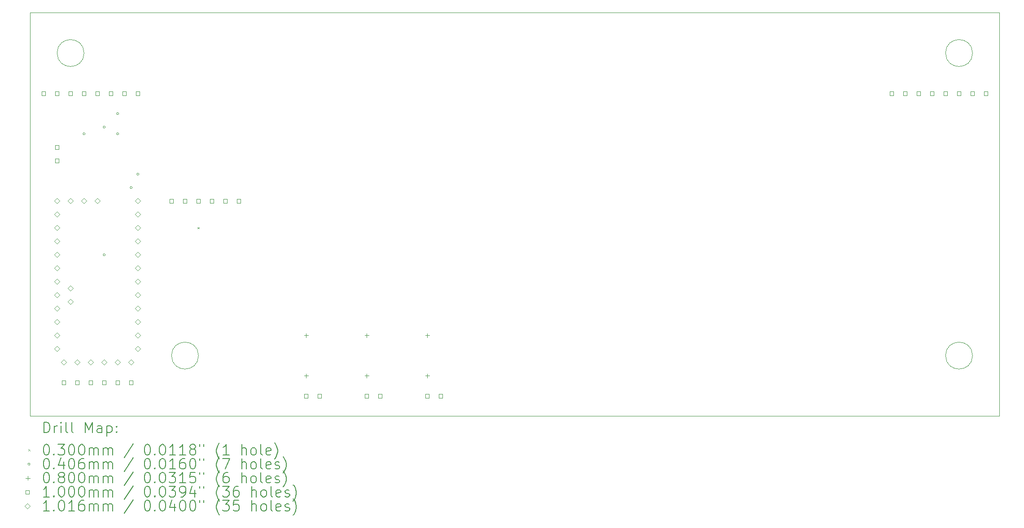
<source format=gbr>
%TF.GenerationSoftware,KiCad,Pcbnew,7.0.11+dfsg-1*%
%TF.CreationDate,2024-03-20T20:25:11-04:00*%
%TF.ProjectId,base,62617365-2e6b-4696-9361-645f70636258,rev?*%
%TF.SameCoordinates,Original*%
%TF.FileFunction,Drillmap*%
%TF.FilePolarity,Positive*%
%FSLAX45Y45*%
G04 Gerber Fmt 4.5, Leading zero omitted, Abs format (unit mm)*
G04 Created by KiCad (PCBNEW 7.0.11+dfsg-1) date 2024-03-20 20:25:11*
%MOMM*%
%LPD*%
G01*
G04 APERTURE LIST*
%ADD10C,0.050000*%
%ADD11C,0.200000*%
%ADD12C,0.100000*%
%ADD13C,0.101600*%
G04 APERTURE END LIST*
D10*
X8255000Y-11557000D02*
G75*
G03*
X7747000Y-11557000I-254000J0D01*
G01*
X7747000Y-11557000D02*
G75*
G03*
X8255000Y-11557000I254000J0D01*
G01*
X22860000Y-11557000D02*
G75*
G03*
X22352000Y-11557000I-254000J0D01*
G01*
X22352000Y-11557000D02*
G75*
G03*
X22860000Y-11557000I254000J0D01*
G01*
X6096000Y-5842000D02*
G75*
G03*
X5588000Y-5842000I-254000J0D01*
G01*
X5588000Y-5842000D02*
G75*
G03*
X6096000Y-5842000I254000J0D01*
G01*
X22860000Y-5842000D02*
G75*
G03*
X22352000Y-5842000I-254000J0D01*
G01*
X22352000Y-5842000D02*
G75*
G03*
X22860000Y-5842000I254000J0D01*
G01*
X5080000Y-5080000D02*
X23368000Y-5080000D01*
X23368000Y-12700000D01*
X5080000Y-12700000D01*
X5080000Y-5080000D01*
D11*
D12*
X8240000Y-9129000D02*
X8270000Y-9159000D01*
X8270000Y-9129000D02*
X8240000Y-9159000D01*
X6116320Y-7366000D02*
G75*
G03*
X6075680Y-7366000I-20320J0D01*
G01*
X6075680Y-7366000D02*
G75*
G03*
X6116320Y-7366000I20320J0D01*
G01*
X6497320Y-7239000D02*
G75*
G03*
X6456680Y-7239000I-20320J0D01*
G01*
X6456680Y-7239000D02*
G75*
G03*
X6497320Y-7239000I20320J0D01*
G01*
X6497320Y-9652000D02*
G75*
G03*
X6456680Y-9652000I-20320J0D01*
G01*
X6456680Y-9652000D02*
G75*
G03*
X6497320Y-9652000I20320J0D01*
G01*
X6751320Y-6985000D02*
G75*
G03*
X6710680Y-6985000I-20320J0D01*
G01*
X6710680Y-6985000D02*
G75*
G03*
X6751320Y-6985000I20320J0D01*
G01*
X6751320Y-7366000D02*
G75*
G03*
X6710680Y-7366000I-20320J0D01*
G01*
X6710680Y-7366000D02*
G75*
G03*
X6751320Y-7366000I20320J0D01*
G01*
X7005320Y-8382000D02*
G75*
G03*
X6964680Y-8382000I-20320J0D01*
G01*
X6964680Y-8382000D02*
G75*
G03*
X7005320Y-8382000I20320J0D01*
G01*
X7132320Y-8128000D02*
G75*
G03*
X7091680Y-8128000I-20320J0D01*
G01*
X7091680Y-8128000D02*
G75*
G03*
X7132320Y-8128000I20320J0D01*
G01*
X10287000Y-11136000D02*
X10287000Y-11216000D01*
X10247000Y-11176000D02*
X10327000Y-11176000D01*
X10287000Y-11898000D02*
X10287000Y-11978000D01*
X10247000Y-11938000D02*
X10327000Y-11938000D01*
X11430000Y-11136000D02*
X11430000Y-11216000D01*
X11390000Y-11176000D02*
X11470000Y-11176000D01*
X11430000Y-11898000D02*
X11430000Y-11978000D01*
X11390000Y-11938000D02*
X11470000Y-11938000D01*
X12573000Y-11136000D02*
X12573000Y-11216000D01*
X12533000Y-11176000D02*
X12613000Y-11176000D01*
X12573000Y-11898000D02*
X12573000Y-11978000D01*
X12533000Y-11938000D02*
X12613000Y-11938000D01*
X5369356Y-6639356D02*
X5369356Y-6568644D01*
X5298644Y-6568644D01*
X5298644Y-6639356D01*
X5369356Y-6639356D01*
X5623356Y-6639356D02*
X5623356Y-6568644D01*
X5552644Y-6568644D01*
X5552644Y-6639356D01*
X5623356Y-6639356D01*
X5623356Y-7655356D02*
X5623356Y-7584644D01*
X5552644Y-7584644D01*
X5552644Y-7655356D01*
X5623356Y-7655356D01*
X5623356Y-7909356D02*
X5623356Y-7838644D01*
X5552644Y-7838644D01*
X5552644Y-7909356D01*
X5623356Y-7909356D01*
X5750356Y-12100356D02*
X5750356Y-12029644D01*
X5679644Y-12029644D01*
X5679644Y-12100356D01*
X5750356Y-12100356D01*
X5877356Y-6639356D02*
X5877356Y-6568644D01*
X5806644Y-6568644D01*
X5806644Y-6639356D01*
X5877356Y-6639356D01*
X6004356Y-12100356D02*
X6004356Y-12029644D01*
X5933644Y-12029644D01*
X5933644Y-12100356D01*
X6004356Y-12100356D01*
X6131356Y-6639356D02*
X6131356Y-6568644D01*
X6060644Y-6568644D01*
X6060644Y-6639356D01*
X6131356Y-6639356D01*
X6258356Y-12100356D02*
X6258356Y-12029644D01*
X6187644Y-12029644D01*
X6187644Y-12100356D01*
X6258356Y-12100356D01*
X6385356Y-6639356D02*
X6385356Y-6568644D01*
X6314644Y-6568644D01*
X6314644Y-6639356D01*
X6385356Y-6639356D01*
X6512356Y-12100356D02*
X6512356Y-12029644D01*
X6441644Y-12029644D01*
X6441644Y-12100356D01*
X6512356Y-12100356D01*
X6639356Y-6639356D02*
X6639356Y-6568644D01*
X6568644Y-6568644D01*
X6568644Y-6639356D01*
X6639356Y-6639356D01*
X6766356Y-12100356D02*
X6766356Y-12029644D01*
X6695644Y-12029644D01*
X6695644Y-12100356D01*
X6766356Y-12100356D01*
X6893356Y-6639356D02*
X6893356Y-6568644D01*
X6822644Y-6568644D01*
X6822644Y-6639356D01*
X6893356Y-6639356D01*
X7020356Y-12100356D02*
X7020356Y-12029644D01*
X6949644Y-12029644D01*
X6949644Y-12100356D01*
X7020356Y-12100356D01*
X7147356Y-6639356D02*
X7147356Y-6568644D01*
X7076644Y-6568644D01*
X7076644Y-6639356D01*
X7147356Y-6639356D01*
X7782356Y-8671356D02*
X7782356Y-8600644D01*
X7711644Y-8600644D01*
X7711644Y-8671356D01*
X7782356Y-8671356D01*
X8036356Y-8671356D02*
X8036356Y-8600644D01*
X7965644Y-8600644D01*
X7965644Y-8671356D01*
X8036356Y-8671356D01*
X8290356Y-8671356D02*
X8290356Y-8600644D01*
X8219644Y-8600644D01*
X8219644Y-8671356D01*
X8290356Y-8671356D01*
X8544356Y-8671356D02*
X8544356Y-8600644D01*
X8473644Y-8600644D01*
X8473644Y-8671356D01*
X8544356Y-8671356D01*
X8798356Y-8671356D02*
X8798356Y-8600644D01*
X8727644Y-8600644D01*
X8727644Y-8671356D01*
X8798356Y-8671356D01*
X9052356Y-8671356D02*
X9052356Y-8600644D01*
X8981644Y-8600644D01*
X8981644Y-8671356D01*
X9052356Y-8671356D01*
X10322356Y-12354356D02*
X10322356Y-12283644D01*
X10251644Y-12283644D01*
X10251644Y-12354356D01*
X10322356Y-12354356D01*
X10576356Y-12354356D02*
X10576356Y-12283644D01*
X10505644Y-12283644D01*
X10505644Y-12354356D01*
X10576356Y-12354356D01*
X11465356Y-12354356D02*
X11465356Y-12283644D01*
X11394644Y-12283644D01*
X11394644Y-12354356D01*
X11465356Y-12354356D01*
X11719356Y-12354356D02*
X11719356Y-12283644D01*
X11648644Y-12283644D01*
X11648644Y-12354356D01*
X11719356Y-12354356D01*
X12608356Y-12354356D02*
X12608356Y-12283644D01*
X12537644Y-12283644D01*
X12537644Y-12354356D01*
X12608356Y-12354356D01*
X12862356Y-12354356D02*
X12862356Y-12283644D01*
X12791644Y-12283644D01*
X12791644Y-12354356D01*
X12862356Y-12354356D01*
X21371356Y-6639356D02*
X21371356Y-6568644D01*
X21300644Y-6568644D01*
X21300644Y-6639356D01*
X21371356Y-6639356D01*
X21625356Y-6639356D02*
X21625356Y-6568644D01*
X21554644Y-6568644D01*
X21554644Y-6639356D01*
X21625356Y-6639356D01*
X21879356Y-6639356D02*
X21879356Y-6568644D01*
X21808644Y-6568644D01*
X21808644Y-6639356D01*
X21879356Y-6639356D01*
X22133356Y-6639356D02*
X22133356Y-6568644D01*
X22062644Y-6568644D01*
X22062644Y-6639356D01*
X22133356Y-6639356D01*
X22387356Y-6639356D02*
X22387356Y-6568644D01*
X22316644Y-6568644D01*
X22316644Y-6639356D01*
X22387356Y-6639356D01*
X22641356Y-6639356D02*
X22641356Y-6568644D01*
X22570644Y-6568644D01*
X22570644Y-6639356D01*
X22641356Y-6639356D01*
X22895356Y-6639356D02*
X22895356Y-6568644D01*
X22824644Y-6568644D01*
X22824644Y-6639356D01*
X22895356Y-6639356D01*
X23149356Y-6639356D02*
X23149356Y-6568644D01*
X23078644Y-6568644D01*
X23078644Y-6639356D01*
X23149356Y-6639356D01*
D13*
X5588000Y-8686800D02*
X5638800Y-8636000D01*
X5588000Y-8585200D01*
X5537200Y-8636000D01*
X5588000Y-8686800D01*
X5588000Y-8940800D02*
X5638800Y-8890000D01*
X5588000Y-8839200D01*
X5537200Y-8890000D01*
X5588000Y-8940800D01*
X5588000Y-9194800D02*
X5638800Y-9144000D01*
X5588000Y-9093200D01*
X5537200Y-9144000D01*
X5588000Y-9194800D01*
X5588000Y-9448800D02*
X5638800Y-9398000D01*
X5588000Y-9347200D01*
X5537200Y-9398000D01*
X5588000Y-9448800D01*
X5588000Y-9702800D02*
X5638800Y-9652000D01*
X5588000Y-9601200D01*
X5537200Y-9652000D01*
X5588000Y-9702800D01*
X5588000Y-9956800D02*
X5638800Y-9906000D01*
X5588000Y-9855200D01*
X5537200Y-9906000D01*
X5588000Y-9956800D01*
X5588000Y-10210800D02*
X5638800Y-10160000D01*
X5588000Y-10109200D01*
X5537200Y-10160000D01*
X5588000Y-10210800D01*
X5588000Y-10464800D02*
X5638800Y-10414000D01*
X5588000Y-10363200D01*
X5537200Y-10414000D01*
X5588000Y-10464800D01*
X5588000Y-10718800D02*
X5638800Y-10668000D01*
X5588000Y-10617200D01*
X5537200Y-10668000D01*
X5588000Y-10718800D01*
X5588000Y-10972800D02*
X5638800Y-10922000D01*
X5588000Y-10871200D01*
X5537200Y-10922000D01*
X5588000Y-10972800D01*
X5588000Y-11226800D02*
X5638800Y-11176000D01*
X5588000Y-11125200D01*
X5537200Y-11176000D01*
X5588000Y-11226800D01*
X5588000Y-11480800D02*
X5638800Y-11430000D01*
X5588000Y-11379200D01*
X5537200Y-11430000D01*
X5588000Y-11480800D01*
X5715000Y-11734800D02*
X5765800Y-11684000D01*
X5715000Y-11633200D01*
X5664200Y-11684000D01*
X5715000Y-11734800D01*
X5842000Y-8686800D02*
X5892800Y-8636000D01*
X5842000Y-8585200D01*
X5791200Y-8636000D01*
X5842000Y-8686800D01*
X5842000Y-10337800D02*
X5892800Y-10287000D01*
X5842000Y-10236200D01*
X5791200Y-10287000D01*
X5842000Y-10337800D01*
X5842000Y-10591800D02*
X5892800Y-10541000D01*
X5842000Y-10490200D01*
X5791200Y-10541000D01*
X5842000Y-10591800D01*
X5969000Y-11734800D02*
X6019800Y-11684000D01*
X5969000Y-11633200D01*
X5918200Y-11684000D01*
X5969000Y-11734800D01*
X6096000Y-8686800D02*
X6146800Y-8636000D01*
X6096000Y-8585200D01*
X6045200Y-8636000D01*
X6096000Y-8686800D01*
X6223000Y-11734800D02*
X6273800Y-11684000D01*
X6223000Y-11633200D01*
X6172200Y-11684000D01*
X6223000Y-11734800D01*
X6350000Y-8686800D02*
X6400800Y-8636000D01*
X6350000Y-8585200D01*
X6299200Y-8636000D01*
X6350000Y-8686800D01*
X6477000Y-11734800D02*
X6527800Y-11684000D01*
X6477000Y-11633200D01*
X6426200Y-11684000D01*
X6477000Y-11734800D01*
X6731000Y-11734800D02*
X6781800Y-11684000D01*
X6731000Y-11633200D01*
X6680200Y-11684000D01*
X6731000Y-11734800D01*
X6985000Y-11734800D02*
X7035800Y-11684000D01*
X6985000Y-11633200D01*
X6934200Y-11684000D01*
X6985000Y-11734800D01*
X7112000Y-8686800D02*
X7162800Y-8636000D01*
X7112000Y-8585200D01*
X7061200Y-8636000D01*
X7112000Y-8686800D01*
X7112000Y-8940800D02*
X7162800Y-8890000D01*
X7112000Y-8839200D01*
X7061200Y-8890000D01*
X7112000Y-8940800D01*
X7112000Y-9194800D02*
X7162800Y-9144000D01*
X7112000Y-9093200D01*
X7061200Y-9144000D01*
X7112000Y-9194800D01*
X7112000Y-9448800D02*
X7162800Y-9398000D01*
X7112000Y-9347200D01*
X7061200Y-9398000D01*
X7112000Y-9448800D01*
X7112000Y-9702800D02*
X7162800Y-9652000D01*
X7112000Y-9601200D01*
X7061200Y-9652000D01*
X7112000Y-9702800D01*
X7112000Y-9956800D02*
X7162800Y-9906000D01*
X7112000Y-9855200D01*
X7061200Y-9906000D01*
X7112000Y-9956800D01*
X7112000Y-10210800D02*
X7162800Y-10160000D01*
X7112000Y-10109200D01*
X7061200Y-10160000D01*
X7112000Y-10210800D01*
X7112000Y-10464800D02*
X7162800Y-10414000D01*
X7112000Y-10363200D01*
X7061200Y-10414000D01*
X7112000Y-10464800D01*
X7112000Y-10718800D02*
X7162800Y-10668000D01*
X7112000Y-10617200D01*
X7061200Y-10668000D01*
X7112000Y-10718800D01*
X7112000Y-10972800D02*
X7162800Y-10922000D01*
X7112000Y-10871200D01*
X7061200Y-10922000D01*
X7112000Y-10972800D01*
X7112000Y-11226800D02*
X7162800Y-11176000D01*
X7112000Y-11125200D01*
X7061200Y-11176000D01*
X7112000Y-11226800D01*
X7112000Y-11480800D02*
X7162800Y-11430000D01*
X7112000Y-11379200D01*
X7061200Y-11430000D01*
X7112000Y-11480800D01*
D11*
X5338277Y-13013984D02*
X5338277Y-12813984D01*
X5338277Y-12813984D02*
X5385896Y-12813984D01*
X5385896Y-12813984D02*
X5414467Y-12823508D01*
X5414467Y-12823508D02*
X5433515Y-12842555D01*
X5433515Y-12842555D02*
X5443039Y-12861603D01*
X5443039Y-12861603D02*
X5452563Y-12899698D01*
X5452563Y-12899698D02*
X5452563Y-12928269D01*
X5452563Y-12928269D02*
X5443039Y-12966365D01*
X5443039Y-12966365D02*
X5433515Y-12985412D01*
X5433515Y-12985412D02*
X5414467Y-13004460D01*
X5414467Y-13004460D02*
X5385896Y-13013984D01*
X5385896Y-13013984D02*
X5338277Y-13013984D01*
X5538277Y-13013984D02*
X5538277Y-12880650D01*
X5538277Y-12918746D02*
X5547801Y-12899698D01*
X5547801Y-12899698D02*
X5557324Y-12890174D01*
X5557324Y-12890174D02*
X5576372Y-12880650D01*
X5576372Y-12880650D02*
X5595420Y-12880650D01*
X5662086Y-13013984D02*
X5662086Y-12880650D01*
X5662086Y-12813984D02*
X5652562Y-12823508D01*
X5652562Y-12823508D02*
X5662086Y-12833031D01*
X5662086Y-12833031D02*
X5671610Y-12823508D01*
X5671610Y-12823508D02*
X5662086Y-12813984D01*
X5662086Y-12813984D02*
X5662086Y-12833031D01*
X5785896Y-13013984D02*
X5766848Y-13004460D01*
X5766848Y-13004460D02*
X5757324Y-12985412D01*
X5757324Y-12985412D02*
X5757324Y-12813984D01*
X5890658Y-13013984D02*
X5871610Y-13004460D01*
X5871610Y-13004460D02*
X5862086Y-12985412D01*
X5862086Y-12985412D02*
X5862086Y-12813984D01*
X6119229Y-13013984D02*
X6119229Y-12813984D01*
X6119229Y-12813984D02*
X6185896Y-12956841D01*
X6185896Y-12956841D02*
X6252562Y-12813984D01*
X6252562Y-12813984D02*
X6252562Y-13013984D01*
X6433515Y-13013984D02*
X6433515Y-12909222D01*
X6433515Y-12909222D02*
X6423991Y-12890174D01*
X6423991Y-12890174D02*
X6404943Y-12880650D01*
X6404943Y-12880650D02*
X6366848Y-12880650D01*
X6366848Y-12880650D02*
X6347801Y-12890174D01*
X6433515Y-13004460D02*
X6414467Y-13013984D01*
X6414467Y-13013984D02*
X6366848Y-13013984D01*
X6366848Y-13013984D02*
X6347801Y-13004460D01*
X6347801Y-13004460D02*
X6338277Y-12985412D01*
X6338277Y-12985412D02*
X6338277Y-12966365D01*
X6338277Y-12966365D02*
X6347801Y-12947317D01*
X6347801Y-12947317D02*
X6366848Y-12937793D01*
X6366848Y-12937793D02*
X6414467Y-12937793D01*
X6414467Y-12937793D02*
X6433515Y-12928269D01*
X6528753Y-12880650D02*
X6528753Y-13080650D01*
X6528753Y-12890174D02*
X6547801Y-12880650D01*
X6547801Y-12880650D02*
X6585896Y-12880650D01*
X6585896Y-12880650D02*
X6604943Y-12890174D01*
X6604943Y-12890174D02*
X6614467Y-12899698D01*
X6614467Y-12899698D02*
X6623991Y-12918746D01*
X6623991Y-12918746D02*
X6623991Y-12975888D01*
X6623991Y-12975888D02*
X6614467Y-12994936D01*
X6614467Y-12994936D02*
X6604943Y-13004460D01*
X6604943Y-13004460D02*
X6585896Y-13013984D01*
X6585896Y-13013984D02*
X6547801Y-13013984D01*
X6547801Y-13013984D02*
X6528753Y-13004460D01*
X6709705Y-12994936D02*
X6719229Y-13004460D01*
X6719229Y-13004460D02*
X6709705Y-13013984D01*
X6709705Y-13013984D02*
X6700182Y-13004460D01*
X6700182Y-13004460D02*
X6709705Y-12994936D01*
X6709705Y-12994936D02*
X6709705Y-13013984D01*
X6709705Y-12890174D02*
X6719229Y-12899698D01*
X6719229Y-12899698D02*
X6709705Y-12909222D01*
X6709705Y-12909222D02*
X6700182Y-12899698D01*
X6700182Y-12899698D02*
X6709705Y-12890174D01*
X6709705Y-12890174D02*
X6709705Y-12909222D01*
D12*
X5047500Y-13327500D02*
X5077500Y-13357500D01*
X5077500Y-13327500D02*
X5047500Y-13357500D01*
D11*
X5376372Y-13233984D02*
X5395420Y-13233984D01*
X5395420Y-13233984D02*
X5414467Y-13243508D01*
X5414467Y-13243508D02*
X5423991Y-13253031D01*
X5423991Y-13253031D02*
X5433515Y-13272079D01*
X5433515Y-13272079D02*
X5443039Y-13310174D01*
X5443039Y-13310174D02*
X5443039Y-13357793D01*
X5443039Y-13357793D02*
X5433515Y-13395888D01*
X5433515Y-13395888D02*
X5423991Y-13414936D01*
X5423991Y-13414936D02*
X5414467Y-13424460D01*
X5414467Y-13424460D02*
X5395420Y-13433984D01*
X5395420Y-13433984D02*
X5376372Y-13433984D01*
X5376372Y-13433984D02*
X5357324Y-13424460D01*
X5357324Y-13424460D02*
X5347801Y-13414936D01*
X5347801Y-13414936D02*
X5338277Y-13395888D01*
X5338277Y-13395888D02*
X5328753Y-13357793D01*
X5328753Y-13357793D02*
X5328753Y-13310174D01*
X5328753Y-13310174D02*
X5338277Y-13272079D01*
X5338277Y-13272079D02*
X5347801Y-13253031D01*
X5347801Y-13253031D02*
X5357324Y-13243508D01*
X5357324Y-13243508D02*
X5376372Y-13233984D01*
X5528753Y-13414936D02*
X5538277Y-13424460D01*
X5538277Y-13424460D02*
X5528753Y-13433984D01*
X5528753Y-13433984D02*
X5519229Y-13424460D01*
X5519229Y-13424460D02*
X5528753Y-13414936D01*
X5528753Y-13414936D02*
X5528753Y-13433984D01*
X5604943Y-13233984D02*
X5728753Y-13233984D01*
X5728753Y-13233984D02*
X5662086Y-13310174D01*
X5662086Y-13310174D02*
X5690658Y-13310174D01*
X5690658Y-13310174D02*
X5709705Y-13319698D01*
X5709705Y-13319698D02*
X5719229Y-13329222D01*
X5719229Y-13329222D02*
X5728753Y-13348269D01*
X5728753Y-13348269D02*
X5728753Y-13395888D01*
X5728753Y-13395888D02*
X5719229Y-13414936D01*
X5719229Y-13414936D02*
X5709705Y-13424460D01*
X5709705Y-13424460D02*
X5690658Y-13433984D01*
X5690658Y-13433984D02*
X5633515Y-13433984D01*
X5633515Y-13433984D02*
X5614467Y-13424460D01*
X5614467Y-13424460D02*
X5604943Y-13414936D01*
X5852562Y-13233984D02*
X5871610Y-13233984D01*
X5871610Y-13233984D02*
X5890658Y-13243508D01*
X5890658Y-13243508D02*
X5900182Y-13253031D01*
X5900182Y-13253031D02*
X5909705Y-13272079D01*
X5909705Y-13272079D02*
X5919229Y-13310174D01*
X5919229Y-13310174D02*
X5919229Y-13357793D01*
X5919229Y-13357793D02*
X5909705Y-13395888D01*
X5909705Y-13395888D02*
X5900182Y-13414936D01*
X5900182Y-13414936D02*
X5890658Y-13424460D01*
X5890658Y-13424460D02*
X5871610Y-13433984D01*
X5871610Y-13433984D02*
X5852562Y-13433984D01*
X5852562Y-13433984D02*
X5833515Y-13424460D01*
X5833515Y-13424460D02*
X5823991Y-13414936D01*
X5823991Y-13414936D02*
X5814467Y-13395888D01*
X5814467Y-13395888D02*
X5804943Y-13357793D01*
X5804943Y-13357793D02*
X5804943Y-13310174D01*
X5804943Y-13310174D02*
X5814467Y-13272079D01*
X5814467Y-13272079D02*
X5823991Y-13253031D01*
X5823991Y-13253031D02*
X5833515Y-13243508D01*
X5833515Y-13243508D02*
X5852562Y-13233984D01*
X6043039Y-13233984D02*
X6062086Y-13233984D01*
X6062086Y-13233984D02*
X6081134Y-13243508D01*
X6081134Y-13243508D02*
X6090658Y-13253031D01*
X6090658Y-13253031D02*
X6100182Y-13272079D01*
X6100182Y-13272079D02*
X6109705Y-13310174D01*
X6109705Y-13310174D02*
X6109705Y-13357793D01*
X6109705Y-13357793D02*
X6100182Y-13395888D01*
X6100182Y-13395888D02*
X6090658Y-13414936D01*
X6090658Y-13414936D02*
X6081134Y-13424460D01*
X6081134Y-13424460D02*
X6062086Y-13433984D01*
X6062086Y-13433984D02*
X6043039Y-13433984D01*
X6043039Y-13433984D02*
X6023991Y-13424460D01*
X6023991Y-13424460D02*
X6014467Y-13414936D01*
X6014467Y-13414936D02*
X6004943Y-13395888D01*
X6004943Y-13395888D02*
X5995420Y-13357793D01*
X5995420Y-13357793D02*
X5995420Y-13310174D01*
X5995420Y-13310174D02*
X6004943Y-13272079D01*
X6004943Y-13272079D02*
X6014467Y-13253031D01*
X6014467Y-13253031D02*
X6023991Y-13243508D01*
X6023991Y-13243508D02*
X6043039Y-13233984D01*
X6195420Y-13433984D02*
X6195420Y-13300650D01*
X6195420Y-13319698D02*
X6204943Y-13310174D01*
X6204943Y-13310174D02*
X6223991Y-13300650D01*
X6223991Y-13300650D02*
X6252563Y-13300650D01*
X6252563Y-13300650D02*
X6271610Y-13310174D01*
X6271610Y-13310174D02*
X6281134Y-13329222D01*
X6281134Y-13329222D02*
X6281134Y-13433984D01*
X6281134Y-13329222D02*
X6290658Y-13310174D01*
X6290658Y-13310174D02*
X6309705Y-13300650D01*
X6309705Y-13300650D02*
X6338277Y-13300650D01*
X6338277Y-13300650D02*
X6357324Y-13310174D01*
X6357324Y-13310174D02*
X6366848Y-13329222D01*
X6366848Y-13329222D02*
X6366848Y-13433984D01*
X6462086Y-13433984D02*
X6462086Y-13300650D01*
X6462086Y-13319698D02*
X6471610Y-13310174D01*
X6471610Y-13310174D02*
X6490658Y-13300650D01*
X6490658Y-13300650D02*
X6519229Y-13300650D01*
X6519229Y-13300650D02*
X6538277Y-13310174D01*
X6538277Y-13310174D02*
X6547801Y-13329222D01*
X6547801Y-13329222D02*
X6547801Y-13433984D01*
X6547801Y-13329222D02*
X6557324Y-13310174D01*
X6557324Y-13310174D02*
X6576372Y-13300650D01*
X6576372Y-13300650D02*
X6604943Y-13300650D01*
X6604943Y-13300650D02*
X6623991Y-13310174D01*
X6623991Y-13310174D02*
X6633515Y-13329222D01*
X6633515Y-13329222D02*
X6633515Y-13433984D01*
X7023991Y-13224460D02*
X6852563Y-13481603D01*
X7281134Y-13233984D02*
X7300182Y-13233984D01*
X7300182Y-13233984D02*
X7319229Y-13243508D01*
X7319229Y-13243508D02*
X7328753Y-13253031D01*
X7328753Y-13253031D02*
X7338277Y-13272079D01*
X7338277Y-13272079D02*
X7347801Y-13310174D01*
X7347801Y-13310174D02*
X7347801Y-13357793D01*
X7347801Y-13357793D02*
X7338277Y-13395888D01*
X7338277Y-13395888D02*
X7328753Y-13414936D01*
X7328753Y-13414936D02*
X7319229Y-13424460D01*
X7319229Y-13424460D02*
X7300182Y-13433984D01*
X7300182Y-13433984D02*
X7281134Y-13433984D01*
X7281134Y-13433984D02*
X7262086Y-13424460D01*
X7262086Y-13424460D02*
X7252563Y-13414936D01*
X7252563Y-13414936D02*
X7243039Y-13395888D01*
X7243039Y-13395888D02*
X7233515Y-13357793D01*
X7233515Y-13357793D02*
X7233515Y-13310174D01*
X7233515Y-13310174D02*
X7243039Y-13272079D01*
X7243039Y-13272079D02*
X7252563Y-13253031D01*
X7252563Y-13253031D02*
X7262086Y-13243508D01*
X7262086Y-13243508D02*
X7281134Y-13233984D01*
X7433515Y-13414936D02*
X7443039Y-13424460D01*
X7443039Y-13424460D02*
X7433515Y-13433984D01*
X7433515Y-13433984D02*
X7423991Y-13424460D01*
X7423991Y-13424460D02*
X7433515Y-13414936D01*
X7433515Y-13414936D02*
X7433515Y-13433984D01*
X7566848Y-13233984D02*
X7585896Y-13233984D01*
X7585896Y-13233984D02*
X7604944Y-13243508D01*
X7604944Y-13243508D02*
X7614467Y-13253031D01*
X7614467Y-13253031D02*
X7623991Y-13272079D01*
X7623991Y-13272079D02*
X7633515Y-13310174D01*
X7633515Y-13310174D02*
X7633515Y-13357793D01*
X7633515Y-13357793D02*
X7623991Y-13395888D01*
X7623991Y-13395888D02*
X7614467Y-13414936D01*
X7614467Y-13414936D02*
X7604944Y-13424460D01*
X7604944Y-13424460D02*
X7585896Y-13433984D01*
X7585896Y-13433984D02*
X7566848Y-13433984D01*
X7566848Y-13433984D02*
X7547801Y-13424460D01*
X7547801Y-13424460D02*
X7538277Y-13414936D01*
X7538277Y-13414936D02*
X7528753Y-13395888D01*
X7528753Y-13395888D02*
X7519229Y-13357793D01*
X7519229Y-13357793D02*
X7519229Y-13310174D01*
X7519229Y-13310174D02*
X7528753Y-13272079D01*
X7528753Y-13272079D02*
X7538277Y-13253031D01*
X7538277Y-13253031D02*
X7547801Y-13243508D01*
X7547801Y-13243508D02*
X7566848Y-13233984D01*
X7823991Y-13433984D02*
X7709706Y-13433984D01*
X7766848Y-13433984D02*
X7766848Y-13233984D01*
X7766848Y-13233984D02*
X7747801Y-13262555D01*
X7747801Y-13262555D02*
X7728753Y-13281603D01*
X7728753Y-13281603D02*
X7709706Y-13291127D01*
X8014467Y-13433984D02*
X7900182Y-13433984D01*
X7957325Y-13433984D02*
X7957325Y-13233984D01*
X7957325Y-13233984D02*
X7938277Y-13262555D01*
X7938277Y-13262555D02*
X7919229Y-13281603D01*
X7919229Y-13281603D02*
X7900182Y-13291127D01*
X8128753Y-13319698D02*
X8109706Y-13310174D01*
X8109706Y-13310174D02*
X8100182Y-13300650D01*
X8100182Y-13300650D02*
X8090658Y-13281603D01*
X8090658Y-13281603D02*
X8090658Y-13272079D01*
X8090658Y-13272079D02*
X8100182Y-13253031D01*
X8100182Y-13253031D02*
X8109706Y-13243508D01*
X8109706Y-13243508D02*
X8128753Y-13233984D01*
X8128753Y-13233984D02*
X8166848Y-13233984D01*
X8166848Y-13233984D02*
X8185896Y-13243508D01*
X8185896Y-13243508D02*
X8195420Y-13253031D01*
X8195420Y-13253031D02*
X8204944Y-13272079D01*
X8204944Y-13272079D02*
X8204944Y-13281603D01*
X8204944Y-13281603D02*
X8195420Y-13300650D01*
X8195420Y-13300650D02*
X8185896Y-13310174D01*
X8185896Y-13310174D02*
X8166848Y-13319698D01*
X8166848Y-13319698D02*
X8128753Y-13319698D01*
X8128753Y-13319698D02*
X8109706Y-13329222D01*
X8109706Y-13329222D02*
X8100182Y-13338746D01*
X8100182Y-13338746D02*
X8090658Y-13357793D01*
X8090658Y-13357793D02*
X8090658Y-13395888D01*
X8090658Y-13395888D02*
X8100182Y-13414936D01*
X8100182Y-13414936D02*
X8109706Y-13424460D01*
X8109706Y-13424460D02*
X8128753Y-13433984D01*
X8128753Y-13433984D02*
X8166848Y-13433984D01*
X8166848Y-13433984D02*
X8185896Y-13424460D01*
X8185896Y-13424460D02*
X8195420Y-13414936D01*
X8195420Y-13414936D02*
X8204944Y-13395888D01*
X8204944Y-13395888D02*
X8204944Y-13357793D01*
X8204944Y-13357793D02*
X8195420Y-13338746D01*
X8195420Y-13338746D02*
X8185896Y-13329222D01*
X8185896Y-13329222D02*
X8166848Y-13319698D01*
X8281134Y-13233984D02*
X8281134Y-13272079D01*
X8357325Y-13233984D02*
X8357325Y-13272079D01*
X8652563Y-13510174D02*
X8643039Y-13500650D01*
X8643039Y-13500650D02*
X8623991Y-13472079D01*
X8623991Y-13472079D02*
X8614468Y-13453031D01*
X8614468Y-13453031D02*
X8604944Y-13424460D01*
X8604944Y-13424460D02*
X8595420Y-13376841D01*
X8595420Y-13376841D02*
X8595420Y-13338746D01*
X8595420Y-13338746D02*
X8604944Y-13291127D01*
X8604944Y-13291127D02*
X8614468Y-13262555D01*
X8614468Y-13262555D02*
X8623991Y-13243508D01*
X8623991Y-13243508D02*
X8643039Y-13214936D01*
X8643039Y-13214936D02*
X8652563Y-13205412D01*
X8833515Y-13433984D02*
X8719230Y-13433984D01*
X8776372Y-13433984D02*
X8776372Y-13233984D01*
X8776372Y-13233984D02*
X8757325Y-13262555D01*
X8757325Y-13262555D02*
X8738277Y-13281603D01*
X8738277Y-13281603D02*
X8719230Y-13291127D01*
X9071611Y-13433984D02*
X9071611Y-13233984D01*
X9157325Y-13433984D02*
X9157325Y-13329222D01*
X9157325Y-13329222D02*
X9147801Y-13310174D01*
X9147801Y-13310174D02*
X9128753Y-13300650D01*
X9128753Y-13300650D02*
X9100182Y-13300650D01*
X9100182Y-13300650D02*
X9081134Y-13310174D01*
X9081134Y-13310174D02*
X9071611Y-13319698D01*
X9281134Y-13433984D02*
X9262087Y-13424460D01*
X9262087Y-13424460D02*
X9252563Y-13414936D01*
X9252563Y-13414936D02*
X9243039Y-13395888D01*
X9243039Y-13395888D02*
X9243039Y-13338746D01*
X9243039Y-13338746D02*
X9252563Y-13319698D01*
X9252563Y-13319698D02*
X9262087Y-13310174D01*
X9262087Y-13310174D02*
X9281134Y-13300650D01*
X9281134Y-13300650D02*
X9309706Y-13300650D01*
X9309706Y-13300650D02*
X9328753Y-13310174D01*
X9328753Y-13310174D02*
X9338277Y-13319698D01*
X9338277Y-13319698D02*
X9347801Y-13338746D01*
X9347801Y-13338746D02*
X9347801Y-13395888D01*
X9347801Y-13395888D02*
X9338277Y-13414936D01*
X9338277Y-13414936D02*
X9328753Y-13424460D01*
X9328753Y-13424460D02*
X9309706Y-13433984D01*
X9309706Y-13433984D02*
X9281134Y-13433984D01*
X9462087Y-13433984D02*
X9443039Y-13424460D01*
X9443039Y-13424460D02*
X9433515Y-13405412D01*
X9433515Y-13405412D02*
X9433515Y-13233984D01*
X9614468Y-13424460D02*
X9595420Y-13433984D01*
X9595420Y-13433984D02*
X9557325Y-13433984D01*
X9557325Y-13433984D02*
X9538277Y-13424460D01*
X9538277Y-13424460D02*
X9528753Y-13405412D01*
X9528753Y-13405412D02*
X9528753Y-13329222D01*
X9528753Y-13329222D02*
X9538277Y-13310174D01*
X9538277Y-13310174D02*
X9557325Y-13300650D01*
X9557325Y-13300650D02*
X9595420Y-13300650D01*
X9595420Y-13300650D02*
X9614468Y-13310174D01*
X9614468Y-13310174D02*
X9623992Y-13329222D01*
X9623992Y-13329222D02*
X9623992Y-13348269D01*
X9623992Y-13348269D02*
X9528753Y-13367317D01*
X9690658Y-13510174D02*
X9700182Y-13500650D01*
X9700182Y-13500650D02*
X9719230Y-13472079D01*
X9719230Y-13472079D02*
X9728753Y-13453031D01*
X9728753Y-13453031D02*
X9738277Y-13424460D01*
X9738277Y-13424460D02*
X9747801Y-13376841D01*
X9747801Y-13376841D02*
X9747801Y-13338746D01*
X9747801Y-13338746D02*
X9738277Y-13291127D01*
X9738277Y-13291127D02*
X9728753Y-13262555D01*
X9728753Y-13262555D02*
X9719230Y-13243508D01*
X9719230Y-13243508D02*
X9700182Y-13214936D01*
X9700182Y-13214936D02*
X9690658Y-13205412D01*
D12*
X5077500Y-13606500D02*
G75*
G03*
X5036860Y-13606500I-20320J0D01*
G01*
X5036860Y-13606500D02*
G75*
G03*
X5077500Y-13606500I20320J0D01*
G01*
D11*
X5376372Y-13497984D02*
X5395420Y-13497984D01*
X5395420Y-13497984D02*
X5414467Y-13507508D01*
X5414467Y-13507508D02*
X5423991Y-13517031D01*
X5423991Y-13517031D02*
X5433515Y-13536079D01*
X5433515Y-13536079D02*
X5443039Y-13574174D01*
X5443039Y-13574174D02*
X5443039Y-13621793D01*
X5443039Y-13621793D02*
X5433515Y-13659888D01*
X5433515Y-13659888D02*
X5423991Y-13678936D01*
X5423991Y-13678936D02*
X5414467Y-13688460D01*
X5414467Y-13688460D02*
X5395420Y-13697984D01*
X5395420Y-13697984D02*
X5376372Y-13697984D01*
X5376372Y-13697984D02*
X5357324Y-13688460D01*
X5357324Y-13688460D02*
X5347801Y-13678936D01*
X5347801Y-13678936D02*
X5338277Y-13659888D01*
X5338277Y-13659888D02*
X5328753Y-13621793D01*
X5328753Y-13621793D02*
X5328753Y-13574174D01*
X5328753Y-13574174D02*
X5338277Y-13536079D01*
X5338277Y-13536079D02*
X5347801Y-13517031D01*
X5347801Y-13517031D02*
X5357324Y-13507508D01*
X5357324Y-13507508D02*
X5376372Y-13497984D01*
X5528753Y-13678936D02*
X5538277Y-13688460D01*
X5538277Y-13688460D02*
X5528753Y-13697984D01*
X5528753Y-13697984D02*
X5519229Y-13688460D01*
X5519229Y-13688460D02*
X5528753Y-13678936D01*
X5528753Y-13678936D02*
X5528753Y-13697984D01*
X5709705Y-13564650D02*
X5709705Y-13697984D01*
X5662086Y-13488460D02*
X5614467Y-13631317D01*
X5614467Y-13631317D02*
X5738277Y-13631317D01*
X5852562Y-13497984D02*
X5871610Y-13497984D01*
X5871610Y-13497984D02*
X5890658Y-13507508D01*
X5890658Y-13507508D02*
X5900182Y-13517031D01*
X5900182Y-13517031D02*
X5909705Y-13536079D01*
X5909705Y-13536079D02*
X5919229Y-13574174D01*
X5919229Y-13574174D02*
X5919229Y-13621793D01*
X5919229Y-13621793D02*
X5909705Y-13659888D01*
X5909705Y-13659888D02*
X5900182Y-13678936D01*
X5900182Y-13678936D02*
X5890658Y-13688460D01*
X5890658Y-13688460D02*
X5871610Y-13697984D01*
X5871610Y-13697984D02*
X5852562Y-13697984D01*
X5852562Y-13697984D02*
X5833515Y-13688460D01*
X5833515Y-13688460D02*
X5823991Y-13678936D01*
X5823991Y-13678936D02*
X5814467Y-13659888D01*
X5814467Y-13659888D02*
X5804943Y-13621793D01*
X5804943Y-13621793D02*
X5804943Y-13574174D01*
X5804943Y-13574174D02*
X5814467Y-13536079D01*
X5814467Y-13536079D02*
X5823991Y-13517031D01*
X5823991Y-13517031D02*
X5833515Y-13507508D01*
X5833515Y-13507508D02*
X5852562Y-13497984D01*
X6090658Y-13497984D02*
X6052562Y-13497984D01*
X6052562Y-13497984D02*
X6033515Y-13507508D01*
X6033515Y-13507508D02*
X6023991Y-13517031D01*
X6023991Y-13517031D02*
X6004943Y-13545603D01*
X6004943Y-13545603D02*
X5995420Y-13583698D01*
X5995420Y-13583698D02*
X5995420Y-13659888D01*
X5995420Y-13659888D02*
X6004943Y-13678936D01*
X6004943Y-13678936D02*
X6014467Y-13688460D01*
X6014467Y-13688460D02*
X6033515Y-13697984D01*
X6033515Y-13697984D02*
X6071610Y-13697984D01*
X6071610Y-13697984D02*
X6090658Y-13688460D01*
X6090658Y-13688460D02*
X6100182Y-13678936D01*
X6100182Y-13678936D02*
X6109705Y-13659888D01*
X6109705Y-13659888D02*
X6109705Y-13612269D01*
X6109705Y-13612269D02*
X6100182Y-13593222D01*
X6100182Y-13593222D02*
X6090658Y-13583698D01*
X6090658Y-13583698D02*
X6071610Y-13574174D01*
X6071610Y-13574174D02*
X6033515Y-13574174D01*
X6033515Y-13574174D02*
X6014467Y-13583698D01*
X6014467Y-13583698D02*
X6004943Y-13593222D01*
X6004943Y-13593222D02*
X5995420Y-13612269D01*
X6195420Y-13697984D02*
X6195420Y-13564650D01*
X6195420Y-13583698D02*
X6204943Y-13574174D01*
X6204943Y-13574174D02*
X6223991Y-13564650D01*
X6223991Y-13564650D02*
X6252563Y-13564650D01*
X6252563Y-13564650D02*
X6271610Y-13574174D01*
X6271610Y-13574174D02*
X6281134Y-13593222D01*
X6281134Y-13593222D02*
X6281134Y-13697984D01*
X6281134Y-13593222D02*
X6290658Y-13574174D01*
X6290658Y-13574174D02*
X6309705Y-13564650D01*
X6309705Y-13564650D02*
X6338277Y-13564650D01*
X6338277Y-13564650D02*
X6357324Y-13574174D01*
X6357324Y-13574174D02*
X6366848Y-13593222D01*
X6366848Y-13593222D02*
X6366848Y-13697984D01*
X6462086Y-13697984D02*
X6462086Y-13564650D01*
X6462086Y-13583698D02*
X6471610Y-13574174D01*
X6471610Y-13574174D02*
X6490658Y-13564650D01*
X6490658Y-13564650D02*
X6519229Y-13564650D01*
X6519229Y-13564650D02*
X6538277Y-13574174D01*
X6538277Y-13574174D02*
X6547801Y-13593222D01*
X6547801Y-13593222D02*
X6547801Y-13697984D01*
X6547801Y-13593222D02*
X6557324Y-13574174D01*
X6557324Y-13574174D02*
X6576372Y-13564650D01*
X6576372Y-13564650D02*
X6604943Y-13564650D01*
X6604943Y-13564650D02*
X6623991Y-13574174D01*
X6623991Y-13574174D02*
X6633515Y-13593222D01*
X6633515Y-13593222D02*
X6633515Y-13697984D01*
X7023991Y-13488460D02*
X6852563Y-13745603D01*
X7281134Y-13497984D02*
X7300182Y-13497984D01*
X7300182Y-13497984D02*
X7319229Y-13507508D01*
X7319229Y-13507508D02*
X7328753Y-13517031D01*
X7328753Y-13517031D02*
X7338277Y-13536079D01*
X7338277Y-13536079D02*
X7347801Y-13574174D01*
X7347801Y-13574174D02*
X7347801Y-13621793D01*
X7347801Y-13621793D02*
X7338277Y-13659888D01*
X7338277Y-13659888D02*
X7328753Y-13678936D01*
X7328753Y-13678936D02*
X7319229Y-13688460D01*
X7319229Y-13688460D02*
X7300182Y-13697984D01*
X7300182Y-13697984D02*
X7281134Y-13697984D01*
X7281134Y-13697984D02*
X7262086Y-13688460D01*
X7262086Y-13688460D02*
X7252563Y-13678936D01*
X7252563Y-13678936D02*
X7243039Y-13659888D01*
X7243039Y-13659888D02*
X7233515Y-13621793D01*
X7233515Y-13621793D02*
X7233515Y-13574174D01*
X7233515Y-13574174D02*
X7243039Y-13536079D01*
X7243039Y-13536079D02*
X7252563Y-13517031D01*
X7252563Y-13517031D02*
X7262086Y-13507508D01*
X7262086Y-13507508D02*
X7281134Y-13497984D01*
X7433515Y-13678936D02*
X7443039Y-13688460D01*
X7443039Y-13688460D02*
X7433515Y-13697984D01*
X7433515Y-13697984D02*
X7423991Y-13688460D01*
X7423991Y-13688460D02*
X7433515Y-13678936D01*
X7433515Y-13678936D02*
X7433515Y-13697984D01*
X7566848Y-13497984D02*
X7585896Y-13497984D01*
X7585896Y-13497984D02*
X7604944Y-13507508D01*
X7604944Y-13507508D02*
X7614467Y-13517031D01*
X7614467Y-13517031D02*
X7623991Y-13536079D01*
X7623991Y-13536079D02*
X7633515Y-13574174D01*
X7633515Y-13574174D02*
X7633515Y-13621793D01*
X7633515Y-13621793D02*
X7623991Y-13659888D01*
X7623991Y-13659888D02*
X7614467Y-13678936D01*
X7614467Y-13678936D02*
X7604944Y-13688460D01*
X7604944Y-13688460D02*
X7585896Y-13697984D01*
X7585896Y-13697984D02*
X7566848Y-13697984D01*
X7566848Y-13697984D02*
X7547801Y-13688460D01*
X7547801Y-13688460D02*
X7538277Y-13678936D01*
X7538277Y-13678936D02*
X7528753Y-13659888D01*
X7528753Y-13659888D02*
X7519229Y-13621793D01*
X7519229Y-13621793D02*
X7519229Y-13574174D01*
X7519229Y-13574174D02*
X7528753Y-13536079D01*
X7528753Y-13536079D02*
X7538277Y-13517031D01*
X7538277Y-13517031D02*
X7547801Y-13507508D01*
X7547801Y-13507508D02*
X7566848Y-13497984D01*
X7823991Y-13697984D02*
X7709706Y-13697984D01*
X7766848Y-13697984D02*
X7766848Y-13497984D01*
X7766848Y-13497984D02*
X7747801Y-13526555D01*
X7747801Y-13526555D02*
X7728753Y-13545603D01*
X7728753Y-13545603D02*
X7709706Y-13555127D01*
X7995420Y-13497984D02*
X7957325Y-13497984D01*
X7957325Y-13497984D02*
X7938277Y-13507508D01*
X7938277Y-13507508D02*
X7928753Y-13517031D01*
X7928753Y-13517031D02*
X7909706Y-13545603D01*
X7909706Y-13545603D02*
X7900182Y-13583698D01*
X7900182Y-13583698D02*
X7900182Y-13659888D01*
X7900182Y-13659888D02*
X7909706Y-13678936D01*
X7909706Y-13678936D02*
X7919229Y-13688460D01*
X7919229Y-13688460D02*
X7938277Y-13697984D01*
X7938277Y-13697984D02*
X7976372Y-13697984D01*
X7976372Y-13697984D02*
X7995420Y-13688460D01*
X7995420Y-13688460D02*
X8004944Y-13678936D01*
X8004944Y-13678936D02*
X8014467Y-13659888D01*
X8014467Y-13659888D02*
X8014467Y-13612269D01*
X8014467Y-13612269D02*
X8004944Y-13593222D01*
X8004944Y-13593222D02*
X7995420Y-13583698D01*
X7995420Y-13583698D02*
X7976372Y-13574174D01*
X7976372Y-13574174D02*
X7938277Y-13574174D01*
X7938277Y-13574174D02*
X7919229Y-13583698D01*
X7919229Y-13583698D02*
X7909706Y-13593222D01*
X7909706Y-13593222D02*
X7900182Y-13612269D01*
X8138277Y-13497984D02*
X8157325Y-13497984D01*
X8157325Y-13497984D02*
X8176372Y-13507508D01*
X8176372Y-13507508D02*
X8185896Y-13517031D01*
X8185896Y-13517031D02*
X8195420Y-13536079D01*
X8195420Y-13536079D02*
X8204944Y-13574174D01*
X8204944Y-13574174D02*
X8204944Y-13621793D01*
X8204944Y-13621793D02*
X8195420Y-13659888D01*
X8195420Y-13659888D02*
X8185896Y-13678936D01*
X8185896Y-13678936D02*
X8176372Y-13688460D01*
X8176372Y-13688460D02*
X8157325Y-13697984D01*
X8157325Y-13697984D02*
X8138277Y-13697984D01*
X8138277Y-13697984D02*
X8119229Y-13688460D01*
X8119229Y-13688460D02*
X8109706Y-13678936D01*
X8109706Y-13678936D02*
X8100182Y-13659888D01*
X8100182Y-13659888D02*
X8090658Y-13621793D01*
X8090658Y-13621793D02*
X8090658Y-13574174D01*
X8090658Y-13574174D02*
X8100182Y-13536079D01*
X8100182Y-13536079D02*
X8109706Y-13517031D01*
X8109706Y-13517031D02*
X8119229Y-13507508D01*
X8119229Y-13507508D02*
X8138277Y-13497984D01*
X8281134Y-13497984D02*
X8281134Y-13536079D01*
X8357325Y-13497984D02*
X8357325Y-13536079D01*
X8652563Y-13774174D02*
X8643039Y-13764650D01*
X8643039Y-13764650D02*
X8623991Y-13736079D01*
X8623991Y-13736079D02*
X8614468Y-13717031D01*
X8614468Y-13717031D02*
X8604944Y-13688460D01*
X8604944Y-13688460D02*
X8595420Y-13640841D01*
X8595420Y-13640841D02*
X8595420Y-13602746D01*
X8595420Y-13602746D02*
X8604944Y-13555127D01*
X8604944Y-13555127D02*
X8614468Y-13526555D01*
X8614468Y-13526555D02*
X8623991Y-13507508D01*
X8623991Y-13507508D02*
X8643039Y-13478936D01*
X8643039Y-13478936D02*
X8652563Y-13469412D01*
X8709706Y-13497984D02*
X8843039Y-13497984D01*
X8843039Y-13497984D02*
X8757325Y-13697984D01*
X9071611Y-13697984D02*
X9071611Y-13497984D01*
X9157325Y-13697984D02*
X9157325Y-13593222D01*
X9157325Y-13593222D02*
X9147801Y-13574174D01*
X9147801Y-13574174D02*
X9128753Y-13564650D01*
X9128753Y-13564650D02*
X9100182Y-13564650D01*
X9100182Y-13564650D02*
X9081134Y-13574174D01*
X9081134Y-13574174D02*
X9071611Y-13583698D01*
X9281134Y-13697984D02*
X9262087Y-13688460D01*
X9262087Y-13688460D02*
X9252563Y-13678936D01*
X9252563Y-13678936D02*
X9243039Y-13659888D01*
X9243039Y-13659888D02*
X9243039Y-13602746D01*
X9243039Y-13602746D02*
X9252563Y-13583698D01*
X9252563Y-13583698D02*
X9262087Y-13574174D01*
X9262087Y-13574174D02*
X9281134Y-13564650D01*
X9281134Y-13564650D02*
X9309706Y-13564650D01*
X9309706Y-13564650D02*
X9328753Y-13574174D01*
X9328753Y-13574174D02*
X9338277Y-13583698D01*
X9338277Y-13583698D02*
X9347801Y-13602746D01*
X9347801Y-13602746D02*
X9347801Y-13659888D01*
X9347801Y-13659888D02*
X9338277Y-13678936D01*
X9338277Y-13678936D02*
X9328753Y-13688460D01*
X9328753Y-13688460D02*
X9309706Y-13697984D01*
X9309706Y-13697984D02*
X9281134Y-13697984D01*
X9462087Y-13697984D02*
X9443039Y-13688460D01*
X9443039Y-13688460D02*
X9433515Y-13669412D01*
X9433515Y-13669412D02*
X9433515Y-13497984D01*
X9614468Y-13688460D02*
X9595420Y-13697984D01*
X9595420Y-13697984D02*
X9557325Y-13697984D01*
X9557325Y-13697984D02*
X9538277Y-13688460D01*
X9538277Y-13688460D02*
X9528753Y-13669412D01*
X9528753Y-13669412D02*
X9528753Y-13593222D01*
X9528753Y-13593222D02*
X9538277Y-13574174D01*
X9538277Y-13574174D02*
X9557325Y-13564650D01*
X9557325Y-13564650D02*
X9595420Y-13564650D01*
X9595420Y-13564650D02*
X9614468Y-13574174D01*
X9614468Y-13574174D02*
X9623992Y-13593222D01*
X9623992Y-13593222D02*
X9623992Y-13612269D01*
X9623992Y-13612269D02*
X9528753Y-13631317D01*
X9700182Y-13688460D02*
X9719230Y-13697984D01*
X9719230Y-13697984D02*
X9757325Y-13697984D01*
X9757325Y-13697984D02*
X9776373Y-13688460D01*
X9776373Y-13688460D02*
X9785896Y-13669412D01*
X9785896Y-13669412D02*
X9785896Y-13659888D01*
X9785896Y-13659888D02*
X9776373Y-13640841D01*
X9776373Y-13640841D02*
X9757325Y-13631317D01*
X9757325Y-13631317D02*
X9728753Y-13631317D01*
X9728753Y-13631317D02*
X9709706Y-13621793D01*
X9709706Y-13621793D02*
X9700182Y-13602746D01*
X9700182Y-13602746D02*
X9700182Y-13593222D01*
X9700182Y-13593222D02*
X9709706Y-13574174D01*
X9709706Y-13574174D02*
X9728753Y-13564650D01*
X9728753Y-13564650D02*
X9757325Y-13564650D01*
X9757325Y-13564650D02*
X9776373Y-13574174D01*
X9852563Y-13774174D02*
X9862087Y-13764650D01*
X9862087Y-13764650D02*
X9881134Y-13736079D01*
X9881134Y-13736079D02*
X9890658Y-13717031D01*
X9890658Y-13717031D02*
X9900182Y-13688460D01*
X9900182Y-13688460D02*
X9909706Y-13640841D01*
X9909706Y-13640841D02*
X9909706Y-13602746D01*
X9909706Y-13602746D02*
X9900182Y-13555127D01*
X9900182Y-13555127D02*
X9890658Y-13526555D01*
X9890658Y-13526555D02*
X9881134Y-13507508D01*
X9881134Y-13507508D02*
X9862087Y-13478936D01*
X9862087Y-13478936D02*
X9852563Y-13469412D01*
D12*
X5037500Y-13830500D02*
X5037500Y-13910500D01*
X4997500Y-13870500D02*
X5077500Y-13870500D01*
D11*
X5376372Y-13761984D02*
X5395420Y-13761984D01*
X5395420Y-13761984D02*
X5414467Y-13771508D01*
X5414467Y-13771508D02*
X5423991Y-13781031D01*
X5423991Y-13781031D02*
X5433515Y-13800079D01*
X5433515Y-13800079D02*
X5443039Y-13838174D01*
X5443039Y-13838174D02*
X5443039Y-13885793D01*
X5443039Y-13885793D02*
X5433515Y-13923888D01*
X5433515Y-13923888D02*
X5423991Y-13942936D01*
X5423991Y-13942936D02*
X5414467Y-13952460D01*
X5414467Y-13952460D02*
X5395420Y-13961984D01*
X5395420Y-13961984D02*
X5376372Y-13961984D01*
X5376372Y-13961984D02*
X5357324Y-13952460D01*
X5357324Y-13952460D02*
X5347801Y-13942936D01*
X5347801Y-13942936D02*
X5338277Y-13923888D01*
X5338277Y-13923888D02*
X5328753Y-13885793D01*
X5328753Y-13885793D02*
X5328753Y-13838174D01*
X5328753Y-13838174D02*
X5338277Y-13800079D01*
X5338277Y-13800079D02*
X5347801Y-13781031D01*
X5347801Y-13781031D02*
X5357324Y-13771508D01*
X5357324Y-13771508D02*
X5376372Y-13761984D01*
X5528753Y-13942936D02*
X5538277Y-13952460D01*
X5538277Y-13952460D02*
X5528753Y-13961984D01*
X5528753Y-13961984D02*
X5519229Y-13952460D01*
X5519229Y-13952460D02*
X5528753Y-13942936D01*
X5528753Y-13942936D02*
X5528753Y-13961984D01*
X5652562Y-13847698D02*
X5633515Y-13838174D01*
X5633515Y-13838174D02*
X5623991Y-13828650D01*
X5623991Y-13828650D02*
X5614467Y-13809603D01*
X5614467Y-13809603D02*
X5614467Y-13800079D01*
X5614467Y-13800079D02*
X5623991Y-13781031D01*
X5623991Y-13781031D02*
X5633515Y-13771508D01*
X5633515Y-13771508D02*
X5652562Y-13761984D01*
X5652562Y-13761984D02*
X5690658Y-13761984D01*
X5690658Y-13761984D02*
X5709705Y-13771508D01*
X5709705Y-13771508D02*
X5719229Y-13781031D01*
X5719229Y-13781031D02*
X5728753Y-13800079D01*
X5728753Y-13800079D02*
X5728753Y-13809603D01*
X5728753Y-13809603D02*
X5719229Y-13828650D01*
X5719229Y-13828650D02*
X5709705Y-13838174D01*
X5709705Y-13838174D02*
X5690658Y-13847698D01*
X5690658Y-13847698D02*
X5652562Y-13847698D01*
X5652562Y-13847698D02*
X5633515Y-13857222D01*
X5633515Y-13857222D02*
X5623991Y-13866746D01*
X5623991Y-13866746D02*
X5614467Y-13885793D01*
X5614467Y-13885793D02*
X5614467Y-13923888D01*
X5614467Y-13923888D02*
X5623991Y-13942936D01*
X5623991Y-13942936D02*
X5633515Y-13952460D01*
X5633515Y-13952460D02*
X5652562Y-13961984D01*
X5652562Y-13961984D02*
X5690658Y-13961984D01*
X5690658Y-13961984D02*
X5709705Y-13952460D01*
X5709705Y-13952460D02*
X5719229Y-13942936D01*
X5719229Y-13942936D02*
X5728753Y-13923888D01*
X5728753Y-13923888D02*
X5728753Y-13885793D01*
X5728753Y-13885793D02*
X5719229Y-13866746D01*
X5719229Y-13866746D02*
X5709705Y-13857222D01*
X5709705Y-13857222D02*
X5690658Y-13847698D01*
X5852562Y-13761984D02*
X5871610Y-13761984D01*
X5871610Y-13761984D02*
X5890658Y-13771508D01*
X5890658Y-13771508D02*
X5900182Y-13781031D01*
X5900182Y-13781031D02*
X5909705Y-13800079D01*
X5909705Y-13800079D02*
X5919229Y-13838174D01*
X5919229Y-13838174D02*
X5919229Y-13885793D01*
X5919229Y-13885793D02*
X5909705Y-13923888D01*
X5909705Y-13923888D02*
X5900182Y-13942936D01*
X5900182Y-13942936D02*
X5890658Y-13952460D01*
X5890658Y-13952460D02*
X5871610Y-13961984D01*
X5871610Y-13961984D02*
X5852562Y-13961984D01*
X5852562Y-13961984D02*
X5833515Y-13952460D01*
X5833515Y-13952460D02*
X5823991Y-13942936D01*
X5823991Y-13942936D02*
X5814467Y-13923888D01*
X5814467Y-13923888D02*
X5804943Y-13885793D01*
X5804943Y-13885793D02*
X5804943Y-13838174D01*
X5804943Y-13838174D02*
X5814467Y-13800079D01*
X5814467Y-13800079D02*
X5823991Y-13781031D01*
X5823991Y-13781031D02*
X5833515Y-13771508D01*
X5833515Y-13771508D02*
X5852562Y-13761984D01*
X6043039Y-13761984D02*
X6062086Y-13761984D01*
X6062086Y-13761984D02*
X6081134Y-13771508D01*
X6081134Y-13771508D02*
X6090658Y-13781031D01*
X6090658Y-13781031D02*
X6100182Y-13800079D01*
X6100182Y-13800079D02*
X6109705Y-13838174D01*
X6109705Y-13838174D02*
X6109705Y-13885793D01*
X6109705Y-13885793D02*
X6100182Y-13923888D01*
X6100182Y-13923888D02*
X6090658Y-13942936D01*
X6090658Y-13942936D02*
X6081134Y-13952460D01*
X6081134Y-13952460D02*
X6062086Y-13961984D01*
X6062086Y-13961984D02*
X6043039Y-13961984D01*
X6043039Y-13961984D02*
X6023991Y-13952460D01*
X6023991Y-13952460D02*
X6014467Y-13942936D01*
X6014467Y-13942936D02*
X6004943Y-13923888D01*
X6004943Y-13923888D02*
X5995420Y-13885793D01*
X5995420Y-13885793D02*
X5995420Y-13838174D01*
X5995420Y-13838174D02*
X6004943Y-13800079D01*
X6004943Y-13800079D02*
X6014467Y-13781031D01*
X6014467Y-13781031D02*
X6023991Y-13771508D01*
X6023991Y-13771508D02*
X6043039Y-13761984D01*
X6195420Y-13961984D02*
X6195420Y-13828650D01*
X6195420Y-13847698D02*
X6204943Y-13838174D01*
X6204943Y-13838174D02*
X6223991Y-13828650D01*
X6223991Y-13828650D02*
X6252563Y-13828650D01*
X6252563Y-13828650D02*
X6271610Y-13838174D01*
X6271610Y-13838174D02*
X6281134Y-13857222D01*
X6281134Y-13857222D02*
X6281134Y-13961984D01*
X6281134Y-13857222D02*
X6290658Y-13838174D01*
X6290658Y-13838174D02*
X6309705Y-13828650D01*
X6309705Y-13828650D02*
X6338277Y-13828650D01*
X6338277Y-13828650D02*
X6357324Y-13838174D01*
X6357324Y-13838174D02*
X6366848Y-13857222D01*
X6366848Y-13857222D02*
X6366848Y-13961984D01*
X6462086Y-13961984D02*
X6462086Y-13828650D01*
X6462086Y-13847698D02*
X6471610Y-13838174D01*
X6471610Y-13838174D02*
X6490658Y-13828650D01*
X6490658Y-13828650D02*
X6519229Y-13828650D01*
X6519229Y-13828650D02*
X6538277Y-13838174D01*
X6538277Y-13838174D02*
X6547801Y-13857222D01*
X6547801Y-13857222D02*
X6547801Y-13961984D01*
X6547801Y-13857222D02*
X6557324Y-13838174D01*
X6557324Y-13838174D02*
X6576372Y-13828650D01*
X6576372Y-13828650D02*
X6604943Y-13828650D01*
X6604943Y-13828650D02*
X6623991Y-13838174D01*
X6623991Y-13838174D02*
X6633515Y-13857222D01*
X6633515Y-13857222D02*
X6633515Y-13961984D01*
X7023991Y-13752460D02*
X6852563Y-14009603D01*
X7281134Y-13761984D02*
X7300182Y-13761984D01*
X7300182Y-13761984D02*
X7319229Y-13771508D01*
X7319229Y-13771508D02*
X7328753Y-13781031D01*
X7328753Y-13781031D02*
X7338277Y-13800079D01*
X7338277Y-13800079D02*
X7347801Y-13838174D01*
X7347801Y-13838174D02*
X7347801Y-13885793D01*
X7347801Y-13885793D02*
X7338277Y-13923888D01*
X7338277Y-13923888D02*
X7328753Y-13942936D01*
X7328753Y-13942936D02*
X7319229Y-13952460D01*
X7319229Y-13952460D02*
X7300182Y-13961984D01*
X7300182Y-13961984D02*
X7281134Y-13961984D01*
X7281134Y-13961984D02*
X7262086Y-13952460D01*
X7262086Y-13952460D02*
X7252563Y-13942936D01*
X7252563Y-13942936D02*
X7243039Y-13923888D01*
X7243039Y-13923888D02*
X7233515Y-13885793D01*
X7233515Y-13885793D02*
X7233515Y-13838174D01*
X7233515Y-13838174D02*
X7243039Y-13800079D01*
X7243039Y-13800079D02*
X7252563Y-13781031D01*
X7252563Y-13781031D02*
X7262086Y-13771508D01*
X7262086Y-13771508D02*
X7281134Y-13761984D01*
X7433515Y-13942936D02*
X7443039Y-13952460D01*
X7443039Y-13952460D02*
X7433515Y-13961984D01*
X7433515Y-13961984D02*
X7423991Y-13952460D01*
X7423991Y-13952460D02*
X7433515Y-13942936D01*
X7433515Y-13942936D02*
X7433515Y-13961984D01*
X7566848Y-13761984D02*
X7585896Y-13761984D01*
X7585896Y-13761984D02*
X7604944Y-13771508D01*
X7604944Y-13771508D02*
X7614467Y-13781031D01*
X7614467Y-13781031D02*
X7623991Y-13800079D01*
X7623991Y-13800079D02*
X7633515Y-13838174D01*
X7633515Y-13838174D02*
X7633515Y-13885793D01*
X7633515Y-13885793D02*
X7623991Y-13923888D01*
X7623991Y-13923888D02*
X7614467Y-13942936D01*
X7614467Y-13942936D02*
X7604944Y-13952460D01*
X7604944Y-13952460D02*
X7585896Y-13961984D01*
X7585896Y-13961984D02*
X7566848Y-13961984D01*
X7566848Y-13961984D02*
X7547801Y-13952460D01*
X7547801Y-13952460D02*
X7538277Y-13942936D01*
X7538277Y-13942936D02*
X7528753Y-13923888D01*
X7528753Y-13923888D02*
X7519229Y-13885793D01*
X7519229Y-13885793D02*
X7519229Y-13838174D01*
X7519229Y-13838174D02*
X7528753Y-13800079D01*
X7528753Y-13800079D02*
X7538277Y-13781031D01*
X7538277Y-13781031D02*
X7547801Y-13771508D01*
X7547801Y-13771508D02*
X7566848Y-13761984D01*
X7700182Y-13761984D02*
X7823991Y-13761984D01*
X7823991Y-13761984D02*
X7757325Y-13838174D01*
X7757325Y-13838174D02*
X7785896Y-13838174D01*
X7785896Y-13838174D02*
X7804944Y-13847698D01*
X7804944Y-13847698D02*
X7814467Y-13857222D01*
X7814467Y-13857222D02*
X7823991Y-13876269D01*
X7823991Y-13876269D02*
X7823991Y-13923888D01*
X7823991Y-13923888D02*
X7814467Y-13942936D01*
X7814467Y-13942936D02*
X7804944Y-13952460D01*
X7804944Y-13952460D02*
X7785896Y-13961984D01*
X7785896Y-13961984D02*
X7728753Y-13961984D01*
X7728753Y-13961984D02*
X7709706Y-13952460D01*
X7709706Y-13952460D02*
X7700182Y-13942936D01*
X8014467Y-13961984D02*
X7900182Y-13961984D01*
X7957325Y-13961984D02*
X7957325Y-13761984D01*
X7957325Y-13761984D02*
X7938277Y-13790555D01*
X7938277Y-13790555D02*
X7919229Y-13809603D01*
X7919229Y-13809603D02*
X7900182Y-13819127D01*
X8195420Y-13761984D02*
X8100182Y-13761984D01*
X8100182Y-13761984D02*
X8090658Y-13857222D01*
X8090658Y-13857222D02*
X8100182Y-13847698D01*
X8100182Y-13847698D02*
X8119229Y-13838174D01*
X8119229Y-13838174D02*
X8166848Y-13838174D01*
X8166848Y-13838174D02*
X8185896Y-13847698D01*
X8185896Y-13847698D02*
X8195420Y-13857222D01*
X8195420Y-13857222D02*
X8204944Y-13876269D01*
X8204944Y-13876269D02*
X8204944Y-13923888D01*
X8204944Y-13923888D02*
X8195420Y-13942936D01*
X8195420Y-13942936D02*
X8185896Y-13952460D01*
X8185896Y-13952460D02*
X8166848Y-13961984D01*
X8166848Y-13961984D02*
X8119229Y-13961984D01*
X8119229Y-13961984D02*
X8100182Y-13952460D01*
X8100182Y-13952460D02*
X8090658Y-13942936D01*
X8281134Y-13761984D02*
X8281134Y-13800079D01*
X8357325Y-13761984D02*
X8357325Y-13800079D01*
X8652563Y-14038174D02*
X8643039Y-14028650D01*
X8643039Y-14028650D02*
X8623991Y-14000079D01*
X8623991Y-14000079D02*
X8614468Y-13981031D01*
X8614468Y-13981031D02*
X8604944Y-13952460D01*
X8604944Y-13952460D02*
X8595420Y-13904841D01*
X8595420Y-13904841D02*
X8595420Y-13866746D01*
X8595420Y-13866746D02*
X8604944Y-13819127D01*
X8604944Y-13819127D02*
X8614468Y-13790555D01*
X8614468Y-13790555D02*
X8623991Y-13771508D01*
X8623991Y-13771508D02*
X8643039Y-13742936D01*
X8643039Y-13742936D02*
X8652563Y-13733412D01*
X8814468Y-13761984D02*
X8776372Y-13761984D01*
X8776372Y-13761984D02*
X8757325Y-13771508D01*
X8757325Y-13771508D02*
X8747801Y-13781031D01*
X8747801Y-13781031D02*
X8728753Y-13809603D01*
X8728753Y-13809603D02*
X8719230Y-13847698D01*
X8719230Y-13847698D02*
X8719230Y-13923888D01*
X8719230Y-13923888D02*
X8728753Y-13942936D01*
X8728753Y-13942936D02*
X8738277Y-13952460D01*
X8738277Y-13952460D02*
X8757325Y-13961984D01*
X8757325Y-13961984D02*
X8795420Y-13961984D01*
X8795420Y-13961984D02*
X8814468Y-13952460D01*
X8814468Y-13952460D02*
X8823991Y-13942936D01*
X8823991Y-13942936D02*
X8833515Y-13923888D01*
X8833515Y-13923888D02*
X8833515Y-13876269D01*
X8833515Y-13876269D02*
X8823991Y-13857222D01*
X8823991Y-13857222D02*
X8814468Y-13847698D01*
X8814468Y-13847698D02*
X8795420Y-13838174D01*
X8795420Y-13838174D02*
X8757325Y-13838174D01*
X8757325Y-13838174D02*
X8738277Y-13847698D01*
X8738277Y-13847698D02*
X8728753Y-13857222D01*
X8728753Y-13857222D02*
X8719230Y-13876269D01*
X9071611Y-13961984D02*
X9071611Y-13761984D01*
X9157325Y-13961984D02*
X9157325Y-13857222D01*
X9157325Y-13857222D02*
X9147801Y-13838174D01*
X9147801Y-13838174D02*
X9128753Y-13828650D01*
X9128753Y-13828650D02*
X9100182Y-13828650D01*
X9100182Y-13828650D02*
X9081134Y-13838174D01*
X9081134Y-13838174D02*
X9071611Y-13847698D01*
X9281134Y-13961984D02*
X9262087Y-13952460D01*
X9262087Y-13952460D02*
X9252563Y-13942936D01*
X9252563Y-13942936D02*
X9243039Y-13923888D01*
X9243039Y-13923888D02*
X9243039Y-13866746D01*
X9243039Y-13866746D02*
X9252563Y-13847698D01*
X9252563Y-13847698D02*
X9262087Y-13838174D01*
X9262087Y-13838174D02*
X9281134Y-13828650D01*
X9281134Y-13828650D02*
X9309706Y-13828650D01*
X9309706Y-13828650D02*
X9328753Y-13838174D01*
X9328753Y-13838174D02*
X9338277Y-13847698D01*
X9338277Y-13847698D02*
X9347801Y-13866746D01*
X9347801Y-13866746D02*
X9347801Y-13923888D01*
X9347801Y-13923888D02*
X9338277Y-13942936D01*
X9338277Y-13942936D02*
X9328753Y-13952460D01*
X9328753Y-13952460D02*
X9309706Y-13961984D01*
X9309706Y-13961984D02*
X9281134Y-13961984D01*
X9462087Y-13961984D02*
X9443039Y-13952460D01*
X9443039Y-13952460D02*
X9433515Y-13933412D01*
X9433515Y-13933412D02*
X9433515Y-13761984D01*
X9614468Y-13952460D02*
X9595420Y-13961984D01*
X9595420Y-13961984D02*
X9557325Y-13961984D01*
X9557325Y-13961984D02*
X9538277Y-13952460D01*
X9538277Y-13952460D02*
X9528753Y-13933412D01*
X9528753Y-13933412D02*
X9528753Y-13857222D01*
X9528753Y-13857222D02*
X9538277Y-13838174D01*
X9538277Y-13838174D02*
X9557325Y-13828650D01*
X9557325Y-13828650D02*
X9595420Y-13828650D01*
X9595420Y-13828650D02*
X9614468Y-13838174D01*
X9614468Y-13838174D02*
X9623992Y-13857222D01*
X9623992Y-13857222D02*
X9623992Y-13876269D01*
X9623992Y-13876269D02*
X9528753Y-13895317D01*
X9700182Y-13952460D02*
X9719230Y-13961984D01*
X9719230Y-13961984D02*
X9757325Y-13961984D01*
X9757325Y-13961984D02*
X9776373Y-13952460D01*
X9776373Y-13952460D02*
X9785896Y-13933412D01*
X9785896Y-13933412D02*
X9785896Y-13923888D01*
X9785896Y-13923888D02*
X9776373Y-13904841D01*
X9776373Y-13904841D02*
X9757325Y-13895317D01*
X9757325Y-13895317D02*
X9728753Y-13895317D01*
X9728753Y-13895317D02*
X9709706Y-13885793D01*
X9709706Y-13885793D02*
X9700182Y-13866746D01*
X9700182Y-13866746D02*
X9700182Y-13857222D01*
X9700182Y-13857222D02*
X9709706Y-13838174D01*
X9709706Y-13838174D02*
X9728753Y-13828650D01*
X9728753Y-13828650D02*
X9757325Y-13828650D01*
X9757325Y-13828650D02*
X9776373Y-13838174D01*
X9852563Y-14038174D02*
X9862087Y-14028650D01*
X9862087Y-14028650D02*
X9881134Y-14000079D01*
X9881134Y-14000079D02*
X9890658Y-13981031D01*
X9890658Y-13981031D02*
X9900182Y-13952460D01*
X9900182Y-13952460D02*
X9909706Y-13904841D01*
X9909706Y-13904841D02*
X9909706Y-13866746D01*
X9909706Y-13866746D02*
X9900182Y-13819127D01*
X9900182Y-13819127D02*
X9890658Y-13790555D01*
X9890658Y-13790555D02*
X9881134Y-13771508D01*
X9881134Y-13771508D02*
X9862087Y-13742936D01*
X9862087Y-13742936D02*
X9852563Y-13733412D01*
D12*
X5062856Y-14169856D02*
X5062856Y-14099144D01*
X4992144Y-14099144D01*
X4992144Y-14169856D01*
X5062856Y-14169856D01*
D11*
X5443039Y-14225984D02*
X5328753Y-14225984D01*
X5385896Y-14225984D02*
X5385896Y-14025984D01*
X5385896Y-14025984D02*
X5366848Y-14054555D01*
X5366848Y-14054555D02*
X5347801Y-14073603D01*
X5347801Y-14073603D02*
X5328753Y-14083127D01*
X5528753Y-14206936D02*
X5538277Y-14216460D01*
X5538277Y-14216460D02*
X5528753Y-14225984D01*
X5528753Y-14225984D02*
X5519229Y-14216460D01*
X5519229Y-14216460D02*
X5528753Y-14206936D01*
X5528753Y-14206936D02*
X5528753Y-14225984D01*
X5662086Y-14025984D02*
X5681134Y-14025984D01*
X5681134Y-14025984D02*
X5700182Y-14035508D01*
X5700182Y-14035508D02*
X5709705Y-14045031D01*
X5709705Y-14045031D02*
X5719229Y-14064079D01*
X5719229Y-14064079D02*
X5728753Y-14102174D01*
X5728753Y-14102174D02*
X5728753Y-14149793D01*
X5728753Y-14149793D02*
X5719229Y-14187888D01*
X5719229Y-14187888D02*
X5709705Y-14206936D01*
X5709705Y-14206936D02*
X5700182Y-14216460D01*
X5700182Y-14216460D02*
X5681134Y-14225984D01*
X5681134Y-14225984D02*
X5662086Y-14225984D01*
X5662086Y-14225984D02*
X5643039Y-14216460D01*
X5643039Y-14216460D02*
X5633515Y-14206936D01*
X5633515Y-14206936D02*
X5623991Y-14187888D01*
X5623991Y-14187888D02*
X5614467Y-14149793D01*
X5614467Y-14149793D02*
X5614467Y-14102174D01*
X5614467Y-14102174D02*
X5623991Y-14064079D01*
X5623991Y-14064079D02*
X5633515Y-14045031D01*
X5633515Y-14045031D02*
X5643039Y-14035508D01*
X5643039Y-14035508D02*
X5662086Y-14025984D01*
X5852562Y-14025984D02*
X5871610Y-14025984D01*
X5871610Y-14025984D02*
X5890658Y-14035508D01*
X5890658Y-14035508D02*
X5900182Y-14045031D01*
X5900182Y-14045031D02*
X5909705Y-14064079D01*
X5909705Y-14064079D02*
X5919229Y-14102174D01*
X5919229Y-14102174D02*
X5919229Y-14149793D01*
X5919229Y-14149793D02*
X5909705Y-14187888D01*
X5909705Y-14187888D02*
X5900182Y-14206936D01*
X5900182Y-14206936D02*
X5890658Y-14216460D01*
X5890658Y-14216460D02*
X5871610Y-14225984D01*
X5871610Y-14225984D02*
X5852562Y-14225984D01*
X5852562Y-14225984D02*
X5833515Y-14216460D01*
X5833515Y-14216460D02*
X5823991Y-14206936D01*
X5823991Y-14206936D02*
X5814467Y-14187888D01*
X5814467Y-14187888D02*
X5804943Y-14149793D01*
X5804943Y-14149793D02*
X5804943Y-14102174D01*
X5804943Y-14102174D02*
X5814467Y-14064079D01*
X5814467Y-14064079D02*
X5823991Y-14045031D01*
X5823991Y-14045031D02*
X5833515Y-14035508D01*
X5833515Y-14035508D02*
X5852562Y-14025984D01*
X6043039Y-14025984D02*
X6062086Y-14025984D01*
X6062086Y-14025984D02*
X6081134Y-14035508D01*
X6081134Y-14035508D02*
X6090658Y-14045031D01*
X6090658Y-14045031D02*
X6100182Y-14064079D01*
X6100182Y-14064079D02*
X6109705Y-14102174D01*
X6109705Y-14102174D02*
X6109705Y-14149793D01*
X6109705Y-14149793D02*
X6100182Y-14187888D01*
X6100182Y-14187888D02*
X6090658Y-14206936D01*
X6090658Y-14206936D02*
X6081134Y-14216460D01*
X6081134Y-14216460D02*
X6062086Y-14225984D01*
X6062086Y-14225984D02*
X6043039Y-14225984D01*
X6043039Y-14225984D02*
X6023991Y-14216460D01*
X6023991Y-14216460D02*
X6014467Y-14206936D01*
X6014467Y-14206936D02*
X6004943Y-14187888D01*
X6004943Y-14187888D02*
X5995420Y-14149793D01*
X5995420Y-14149793D02*
X5995420Y-14102174D01*
X5995420Y-14102174D02*
X6004943Y-14064079D01*
X6004943Y-14064079D02*
X6014467Y-14045031D01*
X6014467Y-14045031D02*
X6023991Y-14035508D01*
X6023991Y-14035508D02*
X6043039Y-14025984D01*
X6195420Y-14225984D02*
X6195420Y-14092650D01*
X6195420Y-14111698D02*
X6204943Y-14102174D01*
X6204943Y-14102174D02*
X6223991Y-14092650D01*
X6223991Y-14092650D02*
X6252563Y-14092650D01*
X6252563Y-14092650D02*
X6271610Y-14102174D01*
X6271610Y-14102174D02*
X6281134Y-14121222D01*
X6281134Y-14121222D02*
X6281134Y-14225984D01*
X6281134Y-14121222D02*
X6290658Y-14102174D01*
X6290658Y-14102174D02*
X6309705Y-14092650D01*
X6309705Y-14092650D02*
X6338277Y-14092650D01*
X6338277Y-14092650D02*
X6357324Y-14102174D01*
X6357324Y-14102174D02*
X6366848Y-14121222D01*
X6366848Y-14121222D02*
X6366848Y-14225984D01*
X6462086Y-14225984D02*
X6462086Y-14092650D01*
X6462086Y-14111698D02*
X6471610Y-14102174D01*
X6471610Y-14102174D02*
X6490658Y-14092650D01*
X6490658Y-14092650D02*
X6519229Y-14092650D01*
X6519229Y-14092650D02*
X6538277Y-14102174D01*
X6538277Y-14102174D02*
X6547801Y-14121222D01*
X6547801Y-14121222D02*
X6547801Y-14225984D01*
X6547801Y-14121222D02*
X6557324Y-14102174D01*
X6557324Y-14102174D02*
X6576372Y-14092650D01*
X6576372Y-14092650D02*
X6604943Y-14092650D01*
X6604943Y-14092650D02*
X6623991Y-14102174D01*
X6623991Y-14102174D02*
X6633515Y-14121222D01*
X6633515Y-14121222D02*
X6633515Y-14225984D01*
X7023991Y-14016460D02*
X6852563Y-14273603D01*
X7281134Y-14025984D02*
X7300182Y-14025984D01*
X7300182Y-14025984D02*
X7319229Y-14035508D01*
X7319229Y-14035508D02*
X7328753Y-14045031D01*
X7328753Y-14045031D02*
X7338277Y-14064079D01*
X7338277Y-14064079D02*
X7347801Y-14102174D01*
X7347801Y-14102174D02*
X7347801Y-14149793D01*
X7347801Y-14149793D02*
X7338277Y-14187888D01*
X7338277Y-14187888D02*
X7328753Y-14206936D01*
X7328753Y-14206936D02*
X7319229Y-14216460D01*
X7319229Y-14216460D02*
X7300182Y-14225984D01*
X7300182Y-14225984D02*
X7281134Y-14225984D01*
X7281134Y-14225984D02*
X7262086Y-14216460D01*
X7262086Y-14216460D02*
X7252563Y-14206936D01*
X7252563Y-14206936D02*
X7243039Y-14187888D01*
X7243039Y-14187888D02*
X7233515Y-14149793D01*
X7233515Y-14149793D02*
X7233515Y-14102174D01*
X7233515Y-14102174D02*
X7243039Y-14064079D01*
X7243039Y-14064079D02*
X7252563Y-14045031D01*
X7252563Y-14045031D02*
X7262086Y-14035508D01*
X7262086Y-14035508D02*
X7281134Y-14025984D01*
X7433515Y-14206936D02*
X7443039Y-14216460D01*
X7443039Y-14216460D02*
X7433515Y-14225984D01*
X7433515Y-14225984D02*
X7423991Y-14216460D01*
X7423991Y-14216460D02*
X7433515Y-14206936D01*
X7433515Y-14206936D02*
X7433515Y-14225984D01*
X7566848Y-14025984D02*
X7585896Y-14025984D01*
X7585896Y-14025984D02*
X7604944Y-14035508D01*
X7604944Y-14035508D02*
X7614467Y-14045031D01*
X7614467Y-14045031D02*
X7623991Y-14064079D01*
X7623991Y-14064079D02*
X7633515Y-14102174D01*
X7633515Y-14102174D02*
X7633515Y-14149793D01*
X7633515Y-14149793D02*
X7623991Y-14187888D01*
X7623991Y-14187888D02*
X7614467Y-14206936D01*
X7614467Y-14206936D02*
X7604944Y-14216460D01*
X7604944Y-14216460D02*
X7585896Y-14225984D01*
X7585896Y-14225984D02*
X7566848Y-14225984D01*
X7566848Y-14225984D02*
X7547801Y-14216460D01*
X7547801Y-14216460D02*
X7538277Y-14206936D01*
X7538277Y-14206936D02*
X7528753Y-14187888D01*
X7528753Y-14187888D02*
X7519229Y-14149793D01*
X7519229Y-14149793D02*
X7519229Y-14102174D01*
X7519229Y-14102174D02*
X7528753Y-14064079D01*
X7528753Y-14064079D02*
X7538277Y-14045031D01*
X7538277Y-14045031D02*
X7547801Y-14035508D01*
X7547801Y-14035508D02*
X7566848Y-14025984D01*
X7700182Y-14025984D02*
X7823991Y-14025984D01*
X7823991Y-14025984D02*
X7757325Y-14102174D01*
X7757325Y-14102174D02*
X7785896Y-14102174D01*
X7785896Y-14102174D02*
X7804944Y-14111698D01*
X7804944Y-14111698D02*
X7814467Y-14121222D01*
X7814467Y-14121222D02*
X7823991Y-14140269D01*
X7823991Y-14140269D02*
X7823991Y-14187888D01*
X7823991Y-14187888D02*
X7814467Y-14206936D01*
X7814467Y-14206936D02*
X7804944Y-14216460D01*
X7804944Y-14216460D02*
X7785896Y-14225984D01*
X7785896Y-14225984D02*
X7728753Y-14225984D01*
X7728753Y-14225984D02*
X7709706Y-14216460D01*
X7709706Y-14216460D02*
X7700182Y-14206936D01*
X7919229Y-14225984D02*
X7957325Y-14225984D01*
X7957325Y-14225984D02*
X7976372Y-14216460D01*
X7976372Y-14216460D02*
X7985896Y-14206936D01*
X7985896Y-14206936D02*
X8004944Y-14178365D01*
X8004944Y-14178365D02*
X8014467Y-14140269D01*
X8014467Y-14140269D02*
X8014467Y-14064079D01*
X8014467Y-14064079D02*
X8004944Y-14045031D01*
X8004944Y-14045031D02*
X7995420Y-14035508D01*
X7995420Y-14035508D02*
X7976372Y-14025984D01*
X7976372Y-14025984D02*
X7938277Y-14025984D01*
X7938277Y-14025984D02*
X7919229Y-14035508D01*
X7919229Y-14035508D02*
X7909706Y-14045031D01*
X7909706Y-14045031D02*
X7900182Y-14064079D01*
X7900182Y-14064079D02*
X7900182Y-14111698D01*
X7900182Y-14111698D02*
X7909706Y-14130746D01*
X7909706Y-14130746D02*
X7919229Y-14140269D01*
X7919229Y-14140269D02*
X7938277Y-14149793D01*
X7938277Y-14149793D02*
X7976372Y-14149793D01*
X7976372Y-14149793D02*
X7995420Y-14140269D01*
X7995420Y-14140269D02*
X8004944Y-14130746D01*
X8004944Y-14130746D02*
X8014467Y-14111698D01*
X8185896Y-14092650D02*
X8185896Y-14225984D01*
X8138277Y-14016460D02*
X8090658Y-14159317D01*
X8090658Y-14159317D02*
X8214467Y-14159317D01*
X8281134Y-14025984D02*
X8281134Y-14064079D01*
X8357325Y-14025984D02*
X8357325Y-14064079D01*
X8652563Y-14302174D02*
X8643039Y-14292650D01*
X8643039Y-14292650D02*
X8623991Y-14264079D01*
X8623991Y-14264079D02*
X8614468Y-14245031D01*
X8614468Y-14245031D02*
X8604944Y-14216460D01*
X8604944Y-14216460D02*
X8595420Y-14168841D01*
X8595420Y-14168841D02*
X8595420Y-14130746D01*
X8595420Y-14130746D02*
X8604944Y-14083127D01*
X8604944Y-14083127D02*
X8614468Y-14054555D01*
X8614468Y-14054555D02*
X8623991Y-14035508D01*
X8623991Y-14035508D02*
X8643039Y-14006936D01*
X8643039Y-14006936D02*
X8652563Y-13997412D01*
X8709706Y-14025984D02*
X8833515Y-14025984D01*
X8833515Y-14025984D02*
X8766849Y-14102174D01*
X8766849Y-14102174D02*
X8795420Y-14102174D01*
X8795420Y-14102174D02*
X8814468Y-14111698D01*
X8814468Y-14111698D02*
X8823991Y-14121222D01*
X8823991Y-14121222D02*
X8833515Y-14140269D01*
X8833515Y-14140269D02*
X8833515Y-14187888D01*
X8833515Y-14187888D02*
X8823991Y-14206936D01*
X8823991Y-14206936D02*
X8814468Y-14216460D01*
X8814468Y-14216460D02*
X8795420Y-14225984D01*
X8795420Y-14225984D02*
X8738277Y-14225984D01*
X8738277Y-14225984D02*
X8719230Y-14216460D01*
X8719230Y-14216460D02*
X8709706Y-14206936D01*
X9004944Y-14025984D02*
X8966849Y-14025984D01*
X8966849Y-14025984D02*
X8947801Y-14035508D01*
X8947801Y-14035508D02*
X8938277Y-14045031D01*
X8938277Y-14045031D02*
X8919230Y-14073603D01*
X8919230Y-14073603D02*
X8909706Y-14111698D01*
X8909706Y-14111698D02*
X8909706Y-14187888D01*
X8909706Y-14187888D02*
X8919230Y-14206936D01*
X8919230Y-14206936D02*
X8928753Y-14216460D01*
X8928753Y-14216460D02*
X8947801Y-14225984D01*
X8947801Y-14225984D02*
X8985896Y-14225984D01*
X8985896Y-14225984D02*
X9004944Y-14216460D01*
X9004944Y-14216460D02*
X9014468Y-14206936D01*
X9014468Y-14206936D02*
X9023991Y-14187888D01*
X9023991Y-14187888D02*
X9023991Y-14140269D01*
X9023991Y-14140269D02*
X9014468Y-14121222D01*
X9014468Y-14121222D02*
X9004944Y-14111698D01*
X9004944Y-14111698D02*
X8985896Y-14102174D01*
X8985896Y-14102174D02*
X8947801Y-14102174D01*
X8947801Y-14102174D02*
X8928753Y-14111698D01*
X8928753Y-14111698D02*
X8919230Y-14121222D01*
X8919230Y-14121222D02*
X8909706Y-14140269D01*
X9262087Y-14225984D02*
X9262087Y-14025984D01*
X9347801Y-14225984D02*
X9347801Y-14121222D01*
X9347801Y-14121222D02*
X9338277Y-14102174D01*
X9338277Y-14102174D02*
X9319230Y-14092650D01*
X9319230Y-14092650D02*
X9290658Y-14092650D01*
X9290658Y-14092650D02*
X9271611Y-14102174D01*
X9271611Y-14102174D02*
X9262087Y-14111698D01*
X9471611Y-14225984D02*
X9452563Y-14216460D01*
X9452563Y-14216460D02*
X9443039Y-14206936D01*
X9443039Y-14206936D02*
X9433515Y-14187888D01*
X9433515Y-14187888D02*
X9433515Y-14130746D01*
X9433515Y-14130746D02*
X9443039Y-14111698D01*
X9443039Y-14111698D02*
X9452563Y-14102174D01*
X9452563Y-14102174D02*
X9471611Y-14092650D01*
X9471611Y-14092650D02*
X9500182Y-14092650D01*
X9500182Y-14092650D02*
X9519230Y-14102174D01*
X9519230Y-14102174D02*
X9528753Y-14111698D01*
X9528753Y-14111698D02*
X9538277Y-14130746D01*
X9538277Y-14130746D02*
X9538277Y-14187888D01*
X9538277Y-14187888D02*
X9528753Y-14206936D01*
X9528753Y-14206936D02*
X9519230Y-14216460D01*
X9519230Y-14216460D02*
X9500182Y-14225984D01*
X9500182Y-14225984D02*
X9471611Y-14225984D01*
X9652563Y-14225984D02*
X9633515Y-14216460D01*
X9633515Y-14216460D02*
X9623992Y-14197412D01*
X9623992Y-14197412D02*
X9623992Y-14025984D01*
X9804944Y-14216460D02*
X9785896Y-14225984D01*
X9785896Y-14225984D02*
X9747801Y-14225984D01*
X9747801Y-14225984D02*
X9728753Y-14216460D01*
X9728753Y-14216460D02*
X9719230Y-14197412D01*
X9719230Y-14197412D02*
X9719230Y-14121222D01*
X9719230Y-14121222D02*
X9728753Y-14102174D01*
X9728753Y-14102174D02*
X9747801Y-14092650D01*
X9747801Y-14092650D02*
X9785896Y-14092650D01*
X9785896Y-14092650D02*
X9804944Y-14102174D01*
X9804944Y-14102174D02*
X9814468Y-14121222D01*
X9814468Y-14121222D02*
X9814468Y-14140269D01*
X9814468Y-14140269D02*
X9719230Y-14159317D01*
X9890658Y-14216460D02*
X9909706Y-14225984D01*
X9909706Y-14225984D02*
X9947801Y-14225984D01*
X9947801Y-14225984D02*
X9966849Y-14216460D01*
X9966849Y-14216460D02*
X9976373Y-14197412D01*
X9976373Y-14197412D02*
X9976373Y-14187888D01*
X9976373Y-14187888D02*
X9966849Y-14168841D01*
X9966849Y-14168841D02*
X9947801Y-14159317D01*
X9947801Y-14159317D02*
X9919230Y-14159317D01*
X9919230Y-14159317D02*
X9900182Y-14149793D01*
X9900182Y-14149793D02*
X9890658Y-14130746D01*
X9890658Y-14130746D02*
X9890658Y-14121222D01*
X9890658Y-14121222D02*
X9900182Y-14102174D01*
X9900182Y-14102174D02*
X9919230Y-14092650D01*
X9919230Y-14092650D02*
X9947801Y-14092650D01*
X9947801Y-14092650D02*
X9966849Y-14102174D01*
X10043039Y-14302174D02*
X10052563Y-14292650D01*
X10052563Y-14292650D02*
X10071611Y-14264079D01*
X10071611Y-14264079D02*
X10081134Y-14245031D01*
X10081134Y-14245031D02*
X10090658Y-14216460D01*
X10090658Y-14216460D02*
X10100182Y-14168841D01*
X10100182Y-14168841D02*
X10100182Y-14130746D01*
X10100182Y-14130746D02*
X10090658Y-14083127D01*
X10090658Y-14083127D02*
X10081134Y-14054555D01*
X10081134Y-14054555D02*
X10071611Y-14035508D01*
X10071611Y-14035508D02*
X10052563Y-14006936D01*
X10052563Y-14006936D02*
X10043039Y-13997412D01*
D13*
X5026700Y-14449300D02*
X5077500Y-14398500D01*
X5026700Y-14347700D01*
X4975900Y-14398500D01*
X5026700Y-14449300D01*
D11*
X5443039Y-14489984D02*
X5328753Y-14489984D01*
X5385896Y-14489984D02*
X5385896Y-14289984D01*
X5385896Y-14289984D02*
X5366848Y-14318555D01*
X5366848Y-14318555D02*
X5347801Y-14337603D01*
X5347801Y-14337603D02*
X5328753Y-14347127D01*
X5528753Y-14470936D02*
X5538277Y-14480460D01*
X5538277Y-14480460D02*
X5528753Y-14489984D01*
X5528753Y-14489984D02*
X5519229Y-14480460D01*
X5519229Y-14480460D02*
X5528753Y-14470936D01*
X5528753Y-14470936D02*
X5528753Y-14489984D01*
X5662086Y-14289984D02*
X5681134Y-14289984D01*
X5681134Y-14289984D02*
X5700182Y-14299508D01*
X5700182Y-14299508D02*
X5709705Y-14309031D01*
X5709705Y-14309031D02*
X5719229Y-14328079D01*
X5719229Y-14328079D02*
X5728753Y-14366174D01*
X5728753Y-14366174D02*
X5728753Y-14413793D01*
X5728753Y-14413793D02*
X5719229Y-14451888D01*
X5719229Y-14451888D02*
X5709705Y-14470936D01*
X5709705Y-14470936D02*
X5700182Y-14480460D01*
X5700182Y-14480460D02*
X5681134Y-14489984D01*
X5681134Y-14489984D02*
X5662086Y-14489984D01*
X5662086Y-14489984D02*
X5643039Y-14480460D01*
X5643039Y-14480460D02*
X5633515Y-14470936D01*
X5633515Y-14470936D02*
X5623991Y-14451888D01*
X5623991Y-14451888D02*
X5614467Y-14413793D01*
X5614467Y-14413793D02*
X5614467Y-14366174D01*
X5614467Y-14366174D02*
X5623991Y-14328079D01*
X5623991Y-14328079D02*
X5633515Y-14309031D01*
X5633515Y-14309031D02*
X5643039Y-14299508D01*
X5643039Y-14299508D02*
X5662086Y-14289984D01*
X5919229Y-14489984D02*
X5804943Y-14489984D01*
X5862086Y-14489984D02*
X5862086Y-14289984D01*
X5862086Y-14289984D02*
X5843039Y-14318555D01*
X5843039Y-14318555D02*
X5823991Y-14337603D01*
X5823991Y-14337603D02*
X5804943Y-14347127D01*
X6090658Y-14289984D02*
X6052562Y-14289984D01*
X6052562Y-14289984D02*
X6033515Y-14299508D01*
X6033515Y-14299508D02*
X6023991Y-14309031D01*
X6023991Y-14309031D02*
X6004943Y-14337603D01*
X6004943Y-14337603D02*
X5995420Y-14375698D01*
X5995420Y-14375698D02*
X5995420Y-14451888D01*
X5995420Y-14451888D02*
X6004943Y-14470936D01*
X6004943Y-14470936D02*
X6014467Y-14480460D01*
X6014467Y-14480460D02*
X6033515Y-14489984D01*
X6033515Y-14489984D02*
X6071610Y-14489984D01*
X6071610Y-14489984D02*
X6090658Y-14480460D01*
X6090658Y-14480460D02*
X6100182Y-14470936D01*
X6100182Y-14470936D02*
X6109705Y-14451888D01*
X6109705Y-14451888D02*
X6109705Y-14404269D01*
X6109705Y-14404269D02*
X6100182Y-14385222D01*
X6100182Y-14385222D02*
X6090658Y-14375698D01*
X6090658Y-14375698D02*
X6071610Y-14366174D01*
X6071610Y-14366174D02*
X6033515Y-14366174D01*
X6033515Y-14366174D02*
X6014467Y-14375698D01*
X6014467Y-14375698D02*
X6004943Y-14385222D01*
X6004943Y-14385222D02*
X5995420Y-14404269D01*
X6195420Y-14489984D02*
X6195420Y-14356650D01*
X6195420Y-14375698D02*
X6204943Y-14366174D01*
X6204943Y-14366174D02*
X6223991Y-14356650D01*
X6223991Y-14356650D02*
X6252563Y-14356650D01*
X6252563Y-14356650D02*
X6271610Y-14366174D01*
X6271610Y-14366174D02*
X6281134Y-14385222D01*
X6281134Y-14385222D02*
X6281134Y-14489984D01*
X6281134Y-14385222D02*
X6290658Y-14366174D01*
X6290658Y-14366174D02*
X6309705Y-14356650D01*
X6309705Y-14356650D02*
X6338277Y-14356650D01*
X6338277Y-14356650D02*
X6357324Y-14366174D01*
X6357324Y-14366174D02*
X6366848Y-14385222D01*
X6366848Y-14385222D02*
X6366848Y-14489984D01*
X6462086Y-14489984D02*
X6462086Y-14356650D01*
X6462086Y-14375698D02*
X6471610Y-14366174D01*
X6471610Y-14366174D02*
X6490658Y-14356650D01*
X6490658Y-14356650D02*
X6519229Y-14356650D01*
X6519229Y-14356650D02*
X6538277Y-14366174D01*
X6538277Y-14366174D02*
X6547801Y-14385222D01*
X6547801Y-14385222D02*
X6547801Y-14489984D01*
X6547801Y-14385222D02*
X6557324Y-14366174D01*
X6557324Y-14366174D02*
X6576372Y-14356650D01*
X6576372Y-14356650D02*
X6604943Y-14356650D01*
X6604943Y-14356650D02*
X6623991Y-14366174D01*
X6623991Y-14366174D02*
X6633515Y-14385222D01*
X6633515Y-14385222D02*
X6633515Y-14489984D01*
X7023991Y-14280460D02*
X6852563Y-14537603D01*
X7281134Y-14289984D02*
X7300182Y-14289984D01*
X7300182Y-14289984D02*
X7319229Y-14299508D01*
X7319229Y-14299508D02*
X7328753Y-14309031D01*
X7328753Y-14309031D02*
X7338277Y-14328079D01*
X7338277Y-14328079D02*
X7347801Y-14366174D01*
X7347801Y-14366174D02*
X7347801Y-14413793D01*
X7347801Y-14413793D02*
X7338277Y-14451888D01*
X7338277Y-14451888D02*
X7328753Y-14470936D01*
X7328753Y-14470936D02*
X7319229Y-14480460D01*
X7319229Y-14480460D02*
X7300182Y-14489984D01*
X7300182Y-14489984D02*
X7281134Y-14489984D01*
X7281134Y-14489984D02*
X7262086Y-14480460D01*
X7262086Y-14480460D02*
X7252563Y-14470936D01*
X7252563Y-14470936D02*
X7243039Y-14451888D01*
X7243039Y-14451888D02*
X7233515Y-14413793D01*
X7233515Y-14413793D02*
X7233515Y-14366174D01*
X7233515Y-14366174D02*
X7243039Y-14328079D01*
X7243039Y-14328079D02*
X7252563Y-14309031D01*
X7252563Y-14309031D02*
X7262086Y-14299508D01*
X7262086Y-14299508D02*
X7281134Y-14289984D01*
X7433515Y-14470936D02*
X7443039Y-14480460D01*
X7443039Y-14480460D02*
X7433515Y-14489984D01*
X7433515Y-14489984D02*
X7423991Y-14480460D01*
X7423991Y-14480460D02*
X7433515Y-14470936D01*
X7433515Y-14470936D02*
X7433515Y-14489984D01*
X7566848Y-14289984D02*
X7585896Y-14289984D01*
X7585896Y-14289984D02*
X7604944Y-14299508D01*
X7604944Y-14299508D02*
X7614467Y-14309031D01*
X7614467Y-14309031D02*
X7623991Y-14328079D01*
X7623991Y-14328079D02*
X7633515Y-14366174D01*
X7633515Y-14366174D02*
X7633515Y-14413793D01*
X7633515Y-14413793D02*
X7623991Y-14451888D01*
X7623991Y-14451888D02*
X7614467Y-14470936D01*
X7614467Y-14470936D02*
X7604944Y-14480460D01*
X7604944Y-14480460D02*
X7585896Y-14489984D01*
X7585896Y-14489984D02*
X7566848Y-14489984D01*
X7566848Y-14489984D02*
X7547801Y-14480460D01*
X7547801Y-14480460D02*
X7538277Y-14470936D01*
X7538277Y-14470936D02*
X7528753Y-14451888D01*
X7528753Y-14451888D02*
X7519229Y-14413793D01*
X7519229Y-14413793D02*
X7519229Y-14366174D01*
X7519229Y-14366174D02*
X7528753Y-14328079D01*
X7528753Y-14328079D02*
X7538277Y-14309031D01*
X7538277Y-14309031D02*
X7547801Y-14299508D01*
X7547801Y-14299508D02*
X7566848Y-14289984D01*
X7804944Y-14356650D02*
X7804944Y-14489984D01*
X7757325Y-14280460D02*
X7709706Y-14423317D01*
X7709706Y-14423317D02*
X7833515Y-14423317D01*
X7947801Y-14289984D02*
X7966848Y-14289984D01*
X7966848Y-14289984D02*
X7985896Y-14299508D01*
X7985896Y-14299508D02*
X7995420Y-14309031D01*
X7995420Y-14309031D02*
X8004944Y-14328079D01*
X8004944Y-14328079D02*
X8014467Y-14366174D01*
X8014467Y-14366174D02*
X8014467Y-14413793D01*
X8014467Y-14413793D02*
X8004944Y-14451888D01*
X8004944Y-14451888D02*
X7995420Y-14470936D01*
X7995420Y-14470936D02*
X7985896Y-14480460D01*
X7985896Y-14480460D02*
X7966848Y-14489984D01*
X7966848Y-14489984D02*
X7947801Y-14489984D01*
X7947801Y-14489984D02*
X7928753Y-14480460D01*
X7928753Y-14480460D02*
X7919229Y-14470936D01*
X7919229Y-14470936D02*
X7909706Y-14451888D01*
X7909706Y-14451888D02*
X7900182Y-14413793D01*
X7900182Y-14413793D02*
X7900182Y-14366174D01*
X7900182Y-14366174D02*
X7909706Y-14328079D01*
X7909706Y-14328079D02*
X7919229Y-14309031D01*
X7919229Y-14309031D02*
X7928753Y-14299508D01*
X7928753Y-14299508D02*
X7947801Y-14289984D01*
X8138277Y-14289984D02*
X8157325Y-14289984D01*
X8157325Y-14289984D02*
X8176372Y-14299508D01*
X8176372Y-14299508D02*
X8185896Y-14309031D01*
X8185896Y-14309031D02*
X8195420Y-14328079D01*
X8195420Y-14328079D02*
X8204944Y-14366174D01*
X8204944Y-14366174D02*
X8204944Y-14413793D01*
X8204944Y-14413793D02*
X8195420Y-14451888D01*
X8195420Y-14451888D02*
X8185896Y-14470936D01*
X8185896Y-14470936D02*
X8176372Y-14480460D01*
X8176372Y-14480460D02*
X8157325Y-14489984D01*
X8157325Y-14489984D02*
X8138277Y-14489984D01*
X8138277Y-14489984D02*
X8119229Y-14480460D01*
X8119229Y-14480460D02*
X8109706Y-14470936D01*
X8109706Y-14470936D02*
X8100182Y-14451888D01*
X8100182Y-14451888D02*
X8090658Y-14413793D01*
X8090658Y-14413793D02*
X8090658Y-14366174D01*
X8090658Y-14366174D02*
X8100182Y-14328079D01*
X8100182Y-14328079D02*
X8109706Y-14309031D01*
X8109706Y-14309031D02*
X8119229Y-14299508D01*
X8119229Y-14299508D02*
X8138277Y-14289984D01*
X8281134Y-14289984D02*
X8281134Y-14328079D01*
X8357325Y-14289984D02*
X8357325Y-14328079D01*
X8652563Y-14566174D02*
X8643039Y-14556650D01*
X8643039Y-14556650D02*
X8623991Y-14528079D01*
X8623991Y-14528079D02*
X8614468Y-14509031D01*
X8614468Y-14509031D02*
X8604944Y-14480460D01*
X8604944Y-14480460D02*
X8595420Y-14432841D01*
X8595420Y-14432841D02*
X8595420Y-14394746D01*
X8595420Y-14394746D02*
X8604944Y-14347127D01*
X8604944Y-14347127D02*
X8614468Y-14318555D01*
X8614468Y-14318555D02*
X8623991Y-14299508D01*
X8623991Y-14299508D02*
X8643039Y-14270936D01*
X8643039Y-14270936D02*
X8652563Y-14261412D01*
X8709706Y-14289984D02*
X8833515Y-14289984D01*
X8833515Y-14289984D02*
X8766849Y-14366174D01*
X8766849Y-14366174D02*
X8795420Y-14366174D01*
X8795420Y-14366174D02*
X8814468Y-14375698D01*
X8814468Y-14375698D02*
X8823991Y-14385222D01*
X8823991Y-14385222D02*
X8833515Y-14404269D01*
X8833515Y-14404269D02*
X8833515Y-14451888D01*
X8833515Y-14451888D02*
X8823991Y-14470936D01*
X8823991Y-14470936D02*
X8814468Y-14480460D01*
X8814468Y-14480460D02*
X8795420Y-14489984D01*
X8795420Y-14489984D02*
X8738277Y-14489984D01*
X8738277Y-14489984D02*
X8719230Y-14480460D01*
X8719230Y-14480460D02*
X8709706Y-14470936D01*
X9014468Y-14289984D02*
X8919230Y-14289984D01*
X8919230Y-14289984D02*
X8909706Y-14385222D01*
X8909706Y-14385222D02*
X8919230Y-14375698D01*
X8919230Y-14375698D02*
X8938277Y-14366174D01*
X8938277Y-14366174D02*
X8985896Y-14366174D01*
X8985896Y-14366174D02*
X9004944Y-14375698D01*
X9004944Y-14375698D02*
X9014468Y-14385222D01*
X9014468Y-14385222D02*
X9023991Y-14404269D01*
X9023991Y-14404269D02*
X9023991Y-14451888D01*
X9023991Y-14451888D02*
X9014468Y-14470936D01*
X9014468Y-14470936D02*
X9004944Y-14480460D01*
X9004944Y-14480460D02*
X8985896Y-14489984D01*
X8985896Y-14489984D02*
X8938277Y-14489984D01*
X8938277Y-14489984D02*
X8919230Y-14480460D01*
X8919230Y-14480460D02*
X8909706Y-14470936D01*
X9262087Y-14489984D02*
X9262087Y-14289984D01*
X9347801Y-14489984D02*
X9347801Y-14385222D01*
X9347801Y-14385222D02*
X9338277Y-14366174D01*
X9338277Y-14366174D02*
X9319230Y-14356650D01*
X9319230Y-14356650D02*
X9290658Y-14356650D01*
X9290658Y-14356650D02*
X9271611Y-14366174D01*
X9271611Y-14366174D02*
X9262087Y-14375698D01*
X9471611Y-14489984D02*
X9452563Y-14480460D01*
X9452563Y-14480460D02*
X9443039Y-14470936D01*
X9443039Y-14470936D02*
X9433515Y-14451888D01*
X9433515Y-14451888D02*
X9433515Y-14394746D01*
X9433515Y-14394746D02*
X9443039Y-14375698D01*
X9443039Y-14375698D02*
X9452563Y-14366174D01*
X9452563Y-14366174D02*
X9471611Y-14356650D01*
X9471611Y-14356650D02*
X9500182Y-14356650D01*
X9500182Y-14356650D02*
X9519230Y-14366174D01*
X9519230Y-14366174D02*
X9528753Y-14375698D01*
X9528753Y-14375698D02*
X9538277Y-14394746D01*
X9538277Y-14394746D02*
X9538277Y-14451888D01*
X9538277Y-14451888D02*
X9528753Y-14470936D01*
X9528753Y-14470936D02*
X9519230Y-14480460D01*
X9519230Y-14480460D02*
X9500182Y-14489984D01*
X9500182Y-14489984D02*
X9471611Y-14489984D01*
X9652563Y-14489984D02*
X9633515Y-14480460D01*
X9633515Y-14480460D02*
X9623992Y-14461412D01*
X9623992Y-14461412D02*
X9623992Y-14289984D01*
X9804944Y-14480460D02*
X9785896Y-14489984D01*
X9785896Y-14489984D02*
X9747801Y-14489984D01*
X9747801Y-14489984D02*
X9728753Y-14480460D01*
X9728753Y-14480460D02*
X9719230Y-14461412D01*
X9719230Y-14461412D02*
X9719230Y-14385222D01*
X9719230Y-14385222D02*
X9728753Y-14366174D01*
X9728753Y-14366174D02*
X9747801Y-14356650D01*
X9747801Y-14356650D02*
X9785896Y-14356650D01*
X9785896Y-14356650D02*
X9804944Y-14366174D01*
X9804944Y-14366174D02*
X9814468Y-14385222D01*
X9814468Y-14385222D02*
X9814468Y-14404269D01*
X9814468Y-14404269D02*
X9719230Y-14423317D01*
X9890658Y-14480460D02*
X9909706Y-14489984D01*
X9909706Y-14489984D02*
X9947801Y-14489984D01*
X9947801Y-14489984D02*
X9966849Y-14480460D01*
X9966849Y-14480460D02*
X9976373Y-14461412D01*
X9976373Y-14461412D02*
X9976373Y-14451888D01*
X9976373Y-14451888D02*
X9966849Y-14432841D01*
X9966849Y-14432841D02*
X9947801Y-14423317D01*
X9947801Y-14423317D02*
X9919230Y-14423317D01*
X9919230Y-14423317D02*
X9900182Y-14413793D01*
X9900182Y-14413793D02*
X9890658Y-14394746D01*
X9890658Y-14394746D02*
X9890658Y-14385222D01*
X9890658Y-14385222D02*
X9900182Y-14366174D01*
X9900182Y-14366174D02*
X9919230Y-14356650D01*
X9919230Y-14356650D02*
X9947801Y-14356650D01*
X9947801Y-14356650D02*
X9966849Y-14366174D01*
X10043039Y-14566174D02*
X10052563Y-14556650D01*
X10052563Y-14556650D02*
X10071611Y-14528079D01*
X10071611Y-14528079D02*
X10081134Y-14509031D01*
X10081134Y-14509031D02*
X10090658Y-14480460D01*
X10090658Y-14480460D02*
X10100182Y-14432841D01*
X10100182Y-14432841D02*
X10100182Y-14394746D01*
X10100182Y-14394746D02*
X10090658Y-14347127D01*
X10090658Y-14347127D02*
X10081134Y-14318555D01*
X10081134Y-14318555D02*
X10071611Y-14299508D01*
X10071611Y-14299508D02*
X10052563Y-14270936D01*
X10052563Y-14270936D02*
X10043039Y-14261412D01*
M02*

</source>
